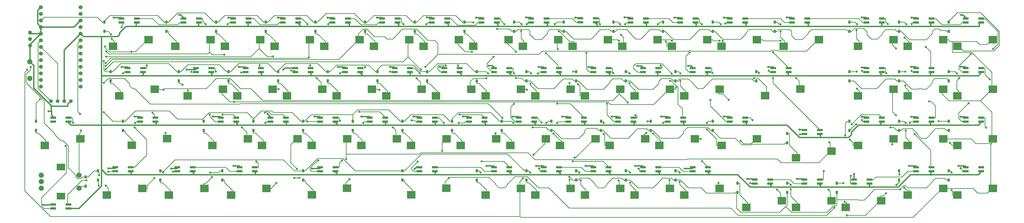
<source format=gbl>
G04 #@! TF.GenerationSoftware,KiCad,Pcbnew,(5.1.12)-1*
G04 #@! TF.CreationDate,2023-11-03T11:44:58+09:00*
G04 #@! TF.ProjectId,jtnk64w,6a746e6b-3634-4772-9e6b-696361645f70,rev?*
G04 #@! TF.SameCoordinates,Original*
G04 #@! TF.FileFunction,Copper,L2,Bot*
G04 #@! TF.FilePolarity,Positive*
%FSLAX46Y46*%
G04 Gerber Fmt 4.6, Leading zero omitted, Abs format (unit mm)*
G04 Created by KiCad (PCBNEW (5.1.12)-1) date 2023-11-03 11:44:58*
%MOMM*%
%LPD*%
G01*
G04 APERTURE LIST*
G04 #@! TA.AperFunction,SMDPad,CuDef*
%ADD10R,3.300000X3.000000*%
G04 #@! TD*
G04 #@! TA.AperFunction,ComponentPad*
%ADD11C,1.524000*%
G04 #@! TD*
G04 #@! TA.AperFunction,ComponentPad*
%ADD12C,2.000000*%
G04 #@! TD*
G04 #@! TA.AperFunction,ComponentPad*
%ADD13R,3.200000X2.500000*%
G04 #@! TD*
G04 #@! TA.AperFunction,ComponentPad*
%ADD14C,1.397000*%
G04 #@! TD*
G04 #@! TA.AperFunction,SMDPad,CuDef*
%ADD15R,2.200000X0.820000*%
G04 #@! TD*
G04 #@! TA.AperFunction,ComponentPad*
%ADD16O,1.500000X1.500000*%
G04 #@! TD*
G04 #@! TA.AperFunction,SMDPad,CuDef*
%ADD17R,0.950000X1.300000*%
G04 #@! TD*
G04 #@! TA.AperFunction,ViaPad*
%ADD18C,0.800000*%
G04 #@! TD*
G04 #@! TA.AperFunction,Conductor*
%ADD19C,0.250000*%
G04 #@! TD*
G04 #@! TA.AperFunction,Conductor*
%ADD20C,0.500000*%
G04 #@! TD*
G04 APERTURE END LIST*
D10*
X319344000Y-64452500D03*
X305844000Y-66992500D03*
X183612000Y-102552000D03*
X170112000Y-105092000D03*
X145512000Y-102552000D03*
X132012000Y-105092000D03*
X76456200Y-83502500D03*
X62956200Y-86042500D03*
D11*
X43282400Y-35528200D03*
X43282400Y-38068200D03*
X43282400Y-40608200D03*
X43282400Y-43148200D03*
X43282400Y-45688200D03*
X43282400Y-48228200D03*
X43282400Y-50768200D03*
X43282400Y-53308200D03*
X43282400Y-55848200D03*
X43282400Y-58388200D03*
X43282400Y-60928200D03*
X43282400Y-63468200D03*
X28062400Y-63468200D03*
X28062400Y-60928200D03*
X28062400Y-58388200D03*
X28062400Y-55848200D03*
X28062400Y-53308200D03*
X28062400Y-50768200D03*
X28062400Y-48228200D03*
X28062400Y-45688200D03*
X28062400Y-43148200D03*
X28062400Y-40608200D03*
X28062400Y-38068200D03*
X28062400Y-35528200D03*
X28062400Y-32988200D03*
X43282400Y-32988200D03*
D12*
X23812500Y-53900000D03*
X23812500Y-60400000D03*
D10*
X379612000Y-105132000D03*
X393212000Y-102592000D03*
X379612000Y-86082500D03*
X393212000Y-83542500D03*
X379612000Y-67032500D03*
X393212000Y-64492500D03*
X379612000Y-47982500D03*
X393212000Y-45442500D03*
X360562000Y-105132000D03*
X374162000Y-102592000D03*
X360562000Y-86082500D03*
X374162000Y-83542500D03*
X360562000Y-67032500D03*
X374162000Y-64492500D03*
X360562000Y-47982500D03*
X374162000Y-45442500D03*
X336750000Y-109895000D03*
X350350000Y-107355000D03*
X341512000Y-86082500D03*
X355112000Y-83542500D03*
X341512000Y-67032500D03*
X355112000Y-64492500D03*
X341512000Y-47982500D03*
X355112000Y-45442500D03*
X312938000Y-47982500D03*
X326538000Y-45442500D03*
X317700000Y-109895000D03*
X331300000Y-107355000D03*
X317700000Y-90845000D03*
X331300000Y-88305000D03*
X289125000Y-47982500D03*
X302725000Y-45442500D03*
X298650000Y-109895000D03*
X312250000Y-107355000D03*
X289125000Y-86082500D03*
X302725000Y-83542500D03*
X274838000Y-67032500D03*
X288438000Y-64492500D03*
X270075000Y-47982500D03*
X283675000Y-45442500D03*
X274838000Y-105132000D03*
X288438000Y-102592000D03*
X265312000Y-86082500D03*
X278912000Y-83542500D03*
X255788000Y-67032500D03*
X269388000Y-64492500D03*
X251025000Y-47982500D03*
X264625000Y-45442500D03*
X255788000Y-105132000D03*
X269388000Y-102592000D03*
X246262000Y-86082500D03*
X259862000Y-83542500D03*
X236738000Y-67032500D03*
X250338000Y-64492500D03*
X231975000Y-47982500D03*
X245575000Y-45442500D03*
X236738000Y-105132000D03*
X250338000Y-102592000D03*
X227212000Y-86082500D03*
X240812000Y-83542500D03*
X217688000Y-67032500D03*
X231288000Y-64492500D03*
X212925000Y-47982500D03*
X226525000Y-45442500D03*
X217688000Y-105132000D03*
X231288000Y-102592000D03*
X208162000Y-86082500D03*
X221762000Y-83542500D03*
X198638000Y-67032500D03*
X212238000Y-64492500D03*
X193875000Y-47982500D03*
X207475000Y-45442500D03*
X198638000Y-105132000D03*
X212238000Y-102592000D03*
X189112000Y-86082500D03*
X202712000Y-83542500D03*
X179588000Y-67032500D03*
X193188000Y-64492500D03*
X174825000Y-47982500D03*
X188425000Y-45442500D03*
X170062000Y-86082500D03*
X183662000Y-83542500D03*
X160538000Y-67032500D03*
X174138000Y-64492500D03*
X155775000Y-47982500D03*
X169375000Y-45442500D03*
X151012000Y-86082500D03*
X164612000Y-83542500D03*
X141488000Y-67032500D03*
X155088000Y-64492500D03*
X136725000Y-47982500D03*
X150325000Y-45442500D03*
X131962000Y-86082500D03*
X145562000Y-83542500D03*
X122438000Y-67032500D03*
X136038000Y-64492500D03*
X117675000Y-47982500D03*
X131275000Y-45442500D03*
X101006000Y-105132000D03*
X114606000Y-102592000D03*
X112912000Y-86082500D03*
X126512000Y-83542500D03*
X103388000Y-67032500D03*
X116988000Y-64492500D03*
X98625000Y-47982500D03*
X112225000Y-45442500D03*
X77193800Y-105132000D03*
X90793800Y-102592000D03*
X93862000Y-86082500D03*
X107462000Y-83542500D03*
X84337500Y-67032500D03*
X97937500Y-64492500D03*
X79575000Y-47982500D03*
X93175000Y-45442500D03*
X53381200Y-105132000D03*
X66981200Y-102592000D03*
X58143800Y-67032500D03*
X71743800Y-64492500D03*
X55762500Y-47982500D03*
X69362500Y-45442500D03*
D12*
X42718800Y-102512000D03*
X42718800Y-97512000D03*
D13*
X35718800Y-105612000D03*
X35718800Y-94412000D03*
D12*
X28218800Y-102512000D03*
X28218800Y-100012000D03*
X28218800Y-97512000D03*
D10*
X29568800Y-86082500D03*
X43168800Y-83542500D03*
D14*
X39528800Y-69056200D03*
X36988800Y-69056200D03*
X34448800Y-69056200D03*
X31908800Y-69056200D03*
D15*
X382812000Y-96000000D03*
X382812000Y-94500000D03*
X388712000Y-94500000D03*
X388712000Y-96000000D03*
X382812000Y-76950000D03*
X382812000Y-75450000D03*
X388712000Y-75450000D03*
X388712000Y-76950000D03*
X382812000Y-57900000D03*
X382812000Y-56400000D03*
X388712000Y-56400000D03*
X388712000Y-57900000D03*
X382812000Y-38850000D03*
X382812000Y-37350000D03*
X388712000Y-37350000D03*
X388712000Y-38850000D03*
X363762000Y-38850000D03*
X363762000Y-37350000D03*
X369662000Y-37350000D03*
X369662000Y-38850000D03*
X363762000Y-57900000D03*
X363762000Y-56400000D03*
X369662000Y-56400000D03*
X369662000Y-57900000D03*
X363762000Y-76950000D03*
X363762000Y-75450000D03*
X369662000Y-75450000D03*
X369662000Y-76950000D03*
X363762000Y-96000000D03*
X363762000Y-94500000D03*
X369662000Y-94500000D03*
X369662000Y-96000000D03*
X339950000Y-100762000D03*
X339950000Y-99262000D03*
X345850000Y-99262000D03*
X345850000Y-100762000D03*
X344712000Y-76950000D03*
X344712000Y-75450000D03*
X350612000Y-75450000D03*
X350612000Y-76950000D03*
X344712000Y-57900000D03*
X344712000Y-56400000D03*
X350612000Y-56400000D03*
X350612000Y-57900000D03*
X344712000Y-38850000D03*
X344712000Y-37350000D03*
X350612000Y-37350000D03*
X350612000Y-38850000D03*
X316138000Y-38850000D03*
X316138000Y-37350000D03*
X322038000Y-37350000D03*
X322038000Y-38850000D03*
X292325000Y-38850000D03*
X292325000Y-37350000D03*
X298225000Y-37350000D03*
X298225000Y-38850000D03*
X308994000Y-57900000D03*
X308994000Y-56400000D03*
X314894000Y-56400000D03*
X314894000Y-57900000D03*
X320900000Y-81712500D03*
X320900000Y-80212500D03*
X326800000Y-80212500D03*
X326800000Y-81712500D03*
X320900000Y-100762000D03*
X320900000Y-99262000D03*
X326800000Y-99262000D03*
X326800000Y-100762000D03*
X301850000Y-100762000D03*
X301850000Y-99262000D03*
X307750000Y-99262000D03*
X307750000Y-100762000D03*
X292325000Y-76950000D03*
X292325000Y-75450000D03*
X298225000Y-75450000D03*
X298225000Y-76950000D03*
X278038000Y-57900000D03*
X278038000Y-56400000D03*
X283938000Y-56400000D03*
X283938000Y-57900000D03*
X273275000Y-38850000D03*
X273275000Y-37350000D03*
X279175000Y-37350000D03*
X279175000Y-38850000D03*
X254225000Y-38850000D03*
X254225000Y-37350000D03*
X260125000Y-37350000D03*
X260125000Y-38850000D03*
X258988000Y-57900000D03*
X258988000Y-56400000D03*
X264888000Y-56400000D03*
X264888000Y-57900000D03*
X268512000Y-76950000D03*
X268512000Y-75450000D03*
X274412000Y-75450000D03*
X274412000Y-76950000D03*
X278038000Y-96000000D03*
X278038000Y-94500000D03*
X283938000Y-94500000D03*
X283938000Y-96000000D03*
X258988000Y-96000000D03*
X258988000Y-94500000D03*
X264888000Y-94500000D03*
X264888000Y-96000000D03*
X249462000Y-76950000D03*
X249462000Y-75450000D03*
X255362000Y-75450000D03*
X255362000Y-76950000D03*
X239938000Y-57900000D03*
X239938000Y-56400000D03*
X245838000Y-56400000D03*
X245838000Y-57900000D03*
X234956000Y-38750000D03*
X234956000Y-37250000D03*
X240856000Y-37250000D03*
X240856000Y-38750000D03*
X216125000Y-38850000D03*
X216125000Y-37350000D03*
X222025000Y-37350000D03*
X222025000Y-38850000D03*
X220888000Y-57900000D03*
X220888000Y-56400000D03*
X226788000Y-56400000D03*
X226788000Y-57900000D03*
X230412000Y-76950000D03*
X230412000Y-75450000D03*
X236312000Y-75450000D03*
X236312000Y-76950000D03*
X239938000Y-96000000D03*
X239938000Y-94500000D03*
X245838000Y-94500000D03*
X245838000Y-96000000D03*
X220888000Y-96000000D03*
X220888000Y-94500000D03*
X226788000Y-94500000D03*
X226788000Y-96000000D03*
X211362000Y-76950000D03*
X211362000Y-75450000D03*
X217262000Y-75450000D03*
X217262000Y-76950000D03*
X201838000Y-57900000D03*
X201838000Y-56400000D03*
X207738000Y-56400000D03*
X207738000Y-57900000D03*
X197075000Y-38850000D03*
X197075000Y-37350000D03*
X202975000Y-37350000D03*
X202975000Y-38850000D03*
X178025000Y-38850000D03*
X178025000Y-37350000D03*
X183925000Y-37350000D03*
X183925000Y-38850000D03*
X182788000Y-57900000D03*
X182788000Y-56400000D03*
X188688000Y-56400000D03*
X188688000Y-57900000D03*
X192312000Y-76950000D03*
X192312000Y-75450000D03*
X198212000Y-75450000D03*
X198212000Y-76950000D03*
X201838000Y-96000000D03*
X201838000Y-94500000D03*
X207738000Y-94500000D03*
X207738000Y-96000000D03*
X173262000Y-96000000D03*
X173262000Y-94500000D03*
X179162000Y-94500000D03*
X179162000Y-96000000D03*
X173262000Y-76950000D03*
X173262000Y-75450000D03*
X179162000Y-75450000D03*
X179162000Y-76950000D03*
X163738000Y-57900000D03*
X163738000Y-56400000D03*
X169638000Y-56400000D03*
X169638000Y-57900000D03*
X158975000Y-38850000D03*
X158975000Y-37350000D03*
X164875000Y-37350000D03*
X164875000Y-38850000D03*
X139925000Y-38850000D03*
X139925000Y-37350000D03*
X145825000Y-37350000D03*
X145825000Y-38850000D03*
X144688000Y-57900000D03*
X144688000Y-56400000D03*
X150588000Y-56400000D03*
X150588000Y-57900000D03*
X154212000Y-76950000D03*
X154212000Y-75450000D03*
X160112000Y-75450000D03*
X160112000Y-76950000D03*
X135162000Y-96000000D03*
X135162000Y-94500000D03*
X141062000Y-94500000D03*
X141062000Y-96000000D03*
X135162000Y-76950000D03*
X135162000Y-75450000D03*
X141062000Y-75450000D03*
X141062000Y-76950000D03*
X125638000Y-57900000D03*
X125638000Y-56400000D03*
X131538000Y-56400000D03*
X131538000Y-57900000D03*
X120875000Y-38850000D03*
X120875000Y-37350000D03*
X126775000Y-37350000D03*
X126775000Y-38850000D03*
X101825000Y-38850000D03*
X101825000Y-37350000D03*
X107725000Y-37350000D03*
X107725000Y-38850000D03*
X106588000Y-57900000D03*
X106588000Y-56400000D03*
X112488000Y-56400000D03*
X112488000Y-57900000D03*
X116112000Y-76950000D03*
X116112000Y-75450000D03*
X122012000Y-75450000D03*
X122012000Y-76950000D03*
X104206000Y-96000000D03*
X104206000Y-94500000D03*
X110106000Y-94500000D03*
X110106000Y-96000000D03*
X80393800Y-96000000D03*
X80393800Y-94500000D03*
X86293800Y-94500000D03*
X86293800Y-96000000D03*
X97062000Y-76950000D03*
X97062000Y-75450000D03*
X102962000Y-75450000D03*
X102962000Y-76950000D03*
X87537500Y-57900000D03*
X87537500Y-56400000D03*
X93437500Y-56400000D03*
X93437500Y-57900000D03*
X82775000Y-38850000D03*
X82775000Y-37350000D03*
X88675000Y-37350000D03*
X88675000Y-38850000D03*
X58962500Y-38850000D03*
X58962500Y-37350000D03*
X64862500Y-37350000D03*
X64862500Y-38850000D03*
X61343800Y-57900000D03*
X61343800Y-56400000D03*
X67243800Y-56400000D03*
X67243800Y-57900000D03*
X66106200Y-76950000D03*
X66106200Y-75450000D03*
X72006200Y-75450000D03*
X72006200Y-76950000D03*
X56581200Y-96000000D03*
X56581200Y-94500000D03*
X62481200Y-94500000D03*
X62481200Y-96000000D03*
X32768800Y-110288000D03*
X32768800Y-108788000D03*
X38668800Y-108788000D03*
X38668800Y-110288000D03*
X32768800Y-76950000D03*
X32768800Y-75450000D03*
X38668800Y-75450000D03*
X38668800Y-76950000D03*
D16*
X23862500Y-47743800D03*
X23862500Y-45243800D03*
X23862500Y-42743800D03*
D17*
X376238000Y-99406200D03*
X376238000Y-95856200D03*
X376238000Y-80356200D03*
X376238000Y-76806200D03*
X376238000Y-61306200D03*
X376238000Y-57756200D03*
X376238000Y-42256200D03*
X376238000Y-38706200D03*
X357188000Y-99406200D03*
X357188000Y-95856200D03*
X357188000Y-80356200D03*
X357188000Y-76806200D03*
X357188000Y-61306200D03*
X357188000Y-57756200D03*
X357188000Y-42256200D03*
X357188000Y-38706200D03*
X333375000Y-104169000D03*
X333375000Y-100619000D03*
X338138000Y-80356200D03*
X338138000Y-76806200D03*
X338138000Y-61306200D03*
X338138000Y-57756200D03*
X338138000Y-42256200D03*
X338138000Y-38706200D03*
X309562000Y-42256200D03*
X309562000Y-38706200D03*
X314325000Y-104169000D03*
X314325000Y-100619000D03*
X314325000Y-85118800D03*
X314325000Y-81568800D03*
X302419000Y-61306200D03*
X302419000Y-57756200D03*
X285750000Y-42256200D03*
X285750000Y-38706200D03*
X295275000Y-104169000D03*
X295275000Y-100619000D03*
X285750000Y-80356200D03*
X285750000Y-76806200D03*
X271462000Y-61306200D03*
X271462000Y-57756200D03*
X266700000Y-42256200D03*
X266700000Y-38706200D03*
X271462000Y-99406200D03*
X271462000Y-95856200D03*
X261938000Y-80356200D03*
X261938000Y-76806200D03*
X252412000Y-61306200D03*
X252412000Y-57756200D03*
X247650000Y-42256200D03*
X247650000Y-38706200D03*
X252412000Y-99406200D03*
X252412000Y-95856200D03*
X242888000Y-80356200D03*
X242888000Y-76806200D03*
X233362000Y-61306200D03*
X233362000Y-57756200D03*
X228600000Y-42256200D03*
X228600000Y-38706200D03*
X233362000Y-99406200D03*
X233362000Y-95856200D03*
X223838000Y-80356200D03*
X223838000Y-76806200D03*
X214312000Y-61306200D03*
X214312000Y-57756200D03*
X209550000Y-42256200D03*
X209550000Y-38706200D03*
X214312000Y-99406200D03*
X214312000Y-95856200D03*
X204788000Y-80356200D03*
X204788000Y-76806200D03*
X195262000Y-61306200D03*
X195262000Y-57756200D03*
X190500000Y-42256200D03*
X190500000Y-38706200D03*
X195262000Y-99406200D03*
X195262000Y-95856200D03*
X185738000Y-80356200D03*
X185738000Y-76806200D03*
X176212000Y-61306200D03*
X176212000Y-57756200D03*
X171450000Y-42256200D03*
X171450000Y-38706200D03*
X166688000Y-99406200D03*
X166688000Y-95856200D03*
X166688000Y-80356200D03*
X166688000Y-76806200D03*
X157162000Y-61306200D03*
X157162000Y-57756200D03*
X152400000Y-42256200D03*
X152400000Y-38706200D03*
X147638000Y-80356200D03*
X147638000Y-76806200D03*
X138112000Y-61306200D03*
X138112000Y-57756200D03*
X133350000Y-42256200D03*
X133350000Y-38706200D03*
X128588000Y-99406200D03*
X128588000Y-95856200D03*
X128588000Y-80356200D03*
X128588000Y-76806200D03*
X119062000Y-61306200D03*
X119062000Y-57756200D03*
X114300000Y-42256200D03*
X114300000Y-38706200D03*
X97631200Y-99406200D03*
X97631200Y-95856200D03*
X109538000Y-80356200D03*
X109538000Y-76806200D03*
X100012000Y-61306200D03*
X100012000Y-57756200D03*
X95250000Y-42256200D03*
X95250000Y-38706200D03*
X73818800Y-99406200D03*
X73818800Y-95856200D03*
X90487500Y-80356200D03*
X90487500Y-76806200D03*
X80962500Y-61306200D03*
X80962500Y-57756200D03*
X76200000Y-42256200D03*
X76200000Y-38706200D03*
X50006200Y-99406200D03*
X50006200Y-95856200D03*
X59531200Y-80356200D03*
X59531200Y-76806200D03*
X54768800Y-61306200D03*
X54768800Y-57756200D03*
X52387500Y-42256200D03*
X52387500Y-38706200D03*
X45243800Y-101787000D03*
X45243800Y-98237000D03*
X26193800Y-80356200D03*
X26193800Y-76806200D03*
D18*
X52189200Y-73331800D03*
X216658200Y-79172700D03*
X209325300Y-77456700D03*
X27670000Y-68300000D03*
X24171700Y-55965500D03*
X230745800Y-98214100D03*
X93000900Y-96503500D03*
X74919300Y-96508200D03*
X50429200Y-97496500D03*
X196696600Y-96490700D03*
X215764400Y-96508500D03*
X356185100Y-101253300D03*
X357631700Y-102993400D03*
X55229600Y-45163900D03*
X55007200Y-43426500D03*
X203021700Y-41307100D03*
X193890700Y-38857000D03*
X52167500Y-53665900D03*
X210290300Y-60165900D03*
X199547200Y-58444200D03*
X52931500Y-101518900D03*
X50234300Y-101518900D03*
X82390000Y-62800000D03*
X84430000Y-65006800D03*
X212265500Y-42199800D03*
X212413600Y-39535500D03*
X215803300Y-62377400D03*
X216124300Y-58449100D03*
X224629900Y-81541400D03*
X221924100Y-77431700D03*
X235147700Y-99451900D03*
X234512300Y-96498200D03*
X226712000Y-42208000D03*
X225171500Y-39531100D03*
X234013000Y-62579400D03*
X232258600Y-57756200D03*
X243924400Y-81678600D03*
X243973500Y-77444500D03*
X254005800Y-100431000D03*
X254005800Y-96480000D03*
X250516600Y-43593100D03*
X250204900Y-39541300D03*
X253818800Y-62128800D03*
X253818800Y-58442600D03*
X262822600Y-81496500D03*
X260827700Y-76892300D03*
X273049000Y-100081000D03*
X273049000Y-96500800D03*
X267718700Y-46168800D03*
X264691300Y-39541300D03*
X273366600Y-61299500D03*
X273366600Y-58432400D03*
X283488900Y-79911800D03*
X283488900Y-77430800D03*
X288788300Y-39548500D03*
X289575200Y-45995010D03*
X301544800Y-60163000D03*
X303497500Y-58210300D03*
X315678100Y-102980300D03*
X315678100Y-101270400D03*
X311746800Y-42214100D03*
X311746800Y-39554600D03*
X340861000Y-41838900D03*
X341166600Y-39541300D03*
X341056700Y-64271500D03*
X340996600Y-57756200D03*
X353901800Y-79169300D03*
X340805600Y-77979500D03*
X338330800Y-83923600D03*
X336605700Y-82198500D03*
X336357900Y-107741000D03*
X335918800Y-100619000D03*
X359373000Y-44699900D03*
X360003600Y-39531100D03*
X359590700Y-63071800D03*
X359590700Y-57756200D03*
X359737700Y-77452600D03*
X359737700Y-80373000D03*
X359174900Y-102248800D03*
X357432600Y-97301400D03*
X380370400Y-60183700D03*
X379413500Y-58453700D03*
X376726000Y-85109700D03*
X372382300Y-76817500D03*
X377339100Y-103319400D03*
X377339100Y-96549990D03*
X81110000Y-35890000D03*
X84000000Y-57000000D03*
X100000000Y-37000000D03*
X104000000Y-56000000D03*
X94000000Y-75000000D03*
X78000000Y-95000000D03*
X119000000Y-37000000D03*
X115000000Y-74000000D03*
X102000000Y-94000000D03*
X138000000Y-37000000D03*
X142000000Y-56000000D03*
X133000000Y-75000000D03*
X132000000Y-95000000D03*
X157000000Y-37000000D03*
X162000000Y-56000000D03*
X151000000Y-75000000D03*
X176110000Y-36890000D03*
X181000000Y-56000000D03*
X171000000Y-75000000D03*
X195000000Y-37000000D03*
X190000000Y-75000000D03*
X199000000Y-94000000D03*
X214110000Y-36890000D03*
X219000000Y-56000000D03*
X209000000Y-75000000D03*
X218000000Y-94000000D03*
X233000000Y-37000000D03*
X238000000Y-56000000D03*
X228000000Y-75000000D03*
X237000000Y-94000000D03*
X251890000Y-36890000D03*
X247000000Y-75000000D03*
X256000000Y-94000000D03*
X266000000Y-75000000D03*
X271000000Y-37000000D03*
X275000000Y-95000000D03*
X290000000Y-37000000D03*
X290000000Y-75000000D03*
X299000000Y-99000000D03*
X314110000Y-36890000D03*
X307000000Y-56000000D03*
X319000000Y-80000000D03*
X318000000Y-99000000D03*
X342890000Y-36890000D03*
X342890000Y-56110000D03*
X342890000Y-75110000D03*
X340000000Y-97000000D03*
X362000000Y-37000000D03*
X361890000Y-55890000D03*
X361890000Y-75110000D03*
X361000000Y-94000000D03*
X380890000Y-55890000D03*
X380890000Y-75110000D03*
X380000000Y-94000000D03*
X29000000Y-109000000D03*
X64000000Y-75000000D03*
X59000000Y-56000000D03*
X53931800Y-94931800D03*
X56000000Y-37000000D03*
X31000000Y-73000000D03*
X381000000Y-36012910D03*
X120999980Y-57000000D03*
X171400000Y-95130000D03*
X199850000Y-55480000D03*
X256790000Y-55570000D03*
X276280000Y-55520000D03*
X40382600Y-77375100D03*
X37490790Y-86242710D03*
X53895900Y-96220900D03*
X45463200Y-99487600D03*
X64181800Y-77449300D03*
X63998000Y-79163400D03*
X59508000Y-58440700D03*
X70863700Y-73578100D03*
X59052300Y-40612600D03*
X68670100Y-55362800D03*
X85827200Y-57851400D03*
X91270400Y-39541300D03*
X92796500Y-74257600D03*
X95168300Y-57777400D03*
X78690700Y-96220900D03*
X97706000Y-74274300D03*
X114186900Y-77450000D03*
X110688500Y-92310100D03*
X104881300Y-58096900D03*
X114007900Y-73512400D03*
X99708600Y-39541300D03*
X111912500Y-55316700D03*
X130302700Y-39531100D03*
X124027080Y-57349410D03*
X130230400Y-76896600D03*
X131361000Y-55377400D03*
X134458900Y-91847000D03*
X142792100Y-76594000D03*
X151783300Y-77439400D03*
X143559300Y-91844800D03*
X142805300Y-58456700D03*
X150119500Y-73160300D03*
X138246500Y-39541300D03*
X152430900Y-55945900D03*
X162035400Y-57728000D03*
X167190900Y-39541300D03*
X170270800Y-76490600D03*
X173447300Y-58431200D03*
X172607600Y-92290700D03*
X182660300Y-77449400D03*
X188279600Y-77450600D03*
X197115500Y-92182300D03*
X183338000Y-55376800D03*
X188655400Y-74248800D03*
X175908600Y-39541300D03*
X188101000Y-55343100D03*
X205824200Y-39531100D03*
X201660000Y-52060000D03*
X209510900Y-70079500D03*
X209598800Y-58431200D03*
X219101600Y-94868100D03*
X220085200Y-77292800D03*
X232035800Y-92210300D03*
X226044990Y-77444700D03*
X218592900Y-58460500D03*
X226044990Y-70049600D03*
X214406700Y-39541300D03*
X221766100Y-50586600D03*
X237292900Y-50566300D03*
X242542500Y-39541300D03*
X245218100Y-70047300D03*
X247558000Y-58337300D03*
X257284300Y-95031200D03*
X256024500Y-74437600D03*
X266754300Y-77444300D03*
X281638200Y-92090100D03*
X270057500Y-58460800D03*
X269314200Y-61327900D03*
X252197400Y-39541300D03*
X265822200Y-55357700D03*
X276918900Y-50356700D03*
X281515000Y-39541300D03*
X284844100Y-68649500D03*
X285640600Y-58215700D03*
X300136400Y-100596000D03*
X301000400Y-76339700D03*
X319186900Y-81854800D03*
X328324900Y-95889200D03*
X307290900Y-57384500D03*
X308854000Y-60196300D03*
X290611600Y-39318200D03*
X308897000Y-50292900D03*
X342976100Y-57426700D03*
X352950800Y-39487400D03*
X343011000Y-76360800D03*
X352341700Y-58291300D03*
X338733800Y-97804000D03*
X338989600Y-77963900D03*
X361313100Y-77413500D03*
X363150900Y-81724000D03*
X362052000Y-57462600D03*
X368770000Y-69150000D03*
X362047200Y-39430900D03*
X367515200Y-48281300D03*
X384719600Y-50997200D03*
X393274300Y-49043100D03*
X383909100Y-69820300D03*
X392019900Y-60711800D03*
X380889300Y-94859800D03*
X390554700Y-79278900D03*
X43125500Y-74036900D03*
X43452800Y-80318900D03*
X249606400Y-99566700D03*
X226344900Y-49110100D03*
X230812800Y-62185300D03*
X232771600Y-90756090D03*
X125210000Y-98570000D03*
X127210000Y-98570000D03*
X249819700Y-45881300D03*
X71603200Y-98655000D03*
X75921900Y-81296100D03*
X269188500Y-99364400D03*
X260264400Y-81272500D03*
X253156000Y-69585600D03*
X52725200Y-48092300D03*
X75100700Y-64671200D03*
X62753400Y-50137100D03*
X102177800Y-69346300D03*
X287988000Y-100465000D03*
X281163300Y-83575800D03*
X105185700Y-79164500D03*
X271710800Y-63878100D03*
X98429900Y-51211500D03*
X53078600Y-49953800D03*
X93739000Y-98215100D03*
X270101082Y-45882488D03*
X53076900Y-52006500D03*
X288369400Y-45871900D03*
X118414900Y-100475900D03*
X310400500Y-103003100D03*
X119239900Y-64425700D03*
X296417000Y-84320100D03*
X291845400Y-68535800D03*
X117100100Y-51886800D03*
X126235900Y-95119800D03*
X330452800Y-84937200D03*
X145145900Y-91315900D03*
X52904300Y-54420700D03*
X311748300Y-45881700D03*
X133813800Y-60167600D03*
X130825000Y-52336900D03*
X317709100Y-60166900D03*
X330174400Y-102999800D03*
X146404300Y-99074990D03*
X52926000Y-55565100D03*
X175566800Y-55902800D03*
X163066300Y-79171000D03*
X157963300Y-64729800D03*
X184484300Y-98656200D03*
X356024800Y-48844800D03*
X352208300Y-104486700D03*
X354637800Y-85662900D03*
X52945000Y-56804800D03*
X356024800Y-74523400D03*
X172142900Y-60290500D03*
X181994900Y-88194979D03*
X173802610Y-56962710D03*
X337174700Y-112904700D03*
X332450000Y-109940000D03*
X202476400Y-81429000D03*
X198873300Y-60321100D03*
X22798500Y-57019000D03*
X193370300Y-50124700D03*
X212960400Y-98729010D03*
X230829700Y-99326900D03*
X217050300Y-89659000D03*
X52194100Y-62018500D03*
X205116200Y-75551300D03*
X214504900Y-64671200D03*
X210238800Y-50091700D03*
D19*
X26193800Y-80356200D02*
X26193800Y-81331300D01*
X30018800Y-86082500D02*
X30018800Y-84257400D01*
X26193800Y-81331300D02*
X27092700Y-81331300D01*
X27092700Y-81331300D02*
X30018800Y-84257400D01*
X223438000Y-80356200D02*
X223838000Y-80356200D01*
X223438000Y-80356200D02*
X223037900Y-80356200D01*
X59531200Y-76806200D02*
X60331300Y-76806200D01*
X60331300Y-76806200D02*
X64322400Y-72815100D01*
X64322400Y-72815100D02*
X77263000Y-72815100D01*
X77263000Y-72815100D02*
X80389100Y-75941200D01*
X80389100Y-75941200D02*
X90087500Y-75941200D01*
X59531200Y-76806200D02*
X55663600Y-76806200D01*
X55663600Y-76806200D02*
X52189200Y-73331800D01*
X90087500Y-75941200D02*
X90087500Y-76806200D01*
X109538000Y-75831100D02*
X107203200Y-73496300D01*
X107203200Y-73496300D02*
X92532400Y-73496300D01*
X92532400Y-73496300D02*
X90087500Y-75941200D01*
X147638000Y-74273300D02*
X131767800Y-74273300D01*
X131767800Y-74273300D02*
X129388100Y-76653000D01*
X129388100Y-76653000D02*
X129388100Y-76806200D01*
X242888000Y-80356200D02*
X243688100Y-80356200D01*
X261938000Y-80356200D02*
X261137900Y-80356200D01*
X243688100Y-80356200D02*
X246663700Y-83331800D01*
X246663700Y-83331800D02*
X253372300Y-83331800D01*
X253372300Y-83331800D02*
X255659200Y-81044900D01*
X255659200Y-81044900D02*
X255659200Y-80879800D01*
X255659200Y-80879800D02*
X256906200Y-79632800D01*
X256906200Y-79632800D02*
X260414500Y-79632800D01*
X260414500Y-79632800D02*
X261137900Y-80356200D01*
X185738000Y-76806200D02*
X185738000Y-75831100D01*
X185738000Y-75831100D02*
X188071700Y-73497400D01*
X188071700Y-73497400D02*
X200679100Y-73497400D01*
X200679100Y-73497400D02*
X203987900Y-76806200D01*
X204788000Y-76806200D02*
X203987900Y-76806200D01*
X185690800Y-76806200D02*
X185738000Y-76806200D01*
X127787900Y-76806200D02*
X124373000Y-73391300D01*
X124373000Y-73391300D02*
X117175300Y-73391300D01*
X117175300Y-73391300D02*
X116563600Y-72779600D01*
X116563600Y-72779600D02*
X112589500Y-72779600D01*
X112589500Y-72779600D02*
X109538000Y-75831100D01*
X204788000Y-76806200D02*
X208674800Y-76806200D01*
X208674800Y-76806200D02*
X209325300Y-77456700D01*
X223037900Y-80356200D02*
X221854400Y-79172700D01*
X221854400Y-79172700D02*
X216658200Y-79172700D01*
X285750000Y-80356200D02*
X285668600Y-80356200D01*
X90487500Y-76806200D02*
X90087500Y-76806200D01*
X184937900Y-76806200D02*
X182378600Y-74246900D01*
X182378600Y-74246900D02*
X170047400Y-74246900D01*
X170047400Y-74246900D02*
X167488100Y-76806200D01*
X147638000Y-74273300D02*
X149489100Y-72422200D01*
X149489100Y-72422200D02*
X161503900Y-72422200D01*
X161503900Y-72422200D02*
X165887900Y-76806200D01*
X109538000Y-76806200D02*
X109538000Y-75831100D01*
X128588000Y-76806200D02*
X127787900Y-76806200D01*
X128588000Y-76806200D02*
X129388100Y-76806200D01*
X147638000Y-76806200D02*
X147638000Y-74273300D01*
X166688000Y-76806200D02*
X165887900Y-76806200D01*
X166688000Y-76806200D02*
X167488100Y-76806200D01*
X185690800Y-76806200D02*
X184937900Y-76806200D01*
X224638100Y-80356200D02*
X223838000Y-80356200D01*
X227751900Y-83470000D02*
X224638100Y-80356200D01*
X234330000Y-83470000D02*
X227751900Y-83470000D01*
X236609200Y-81190800D02*
X234330000Y-83470000D01*
X236609200Y-80370800D02*
X236609200Y-81190800D01*
X241211700Y-79480000D02*
X237500000Y-79480000D01*
X242087900Y-80356200D02*
X241211700Y-79480000D01*
X237500000Y-79480000D02*
X236609200Y-80370800D01*
X242888000Y-80356200D02*
X242087900Y-80356200D01*
X285350000Y-80356200D02*
X285668600Y-80356200D01*
X284949900Y-80256200D02*
X284949900Y-80356200D01*
X276047000Y-79163000D02*
X283856700Y-79163000D01*
X274395999Y-80814001D02*
X276047000Y-79163000D01*
X272651800Y-83318200D02*
X274395999Y-81574001D01*
X265700100Y-83318200D02*
X272651800Y-83318200D01*
X283856700Y-79163000D02*
X284949900Y-80256200D01*
X262738100Y-80356200D02*
X265700100Y-83318200D01*
X284949900Y-80356200D02*
X285350000Y-80356200D01*
X274395999Y-81574001D02*
X274395999Y-80814001D01*
X261938000Y-80356200D02*
X262738100Y-80356200D01*
X300882211Y-85571700D02*
X313147100Y-85571700D01*
X313600000Y-85118800D02*
X314325000Y-85118800D01*
X285668600Y-80356200D02*
X288600100Y-83287700D01*
X288600100Y-83287700D02*
X294351900Y-83287700D01*
X294351900Y-83287700D02*
X296944211Y-85880011D01*
X296944211Y-85880011D02*
X300573900Y-85880011D01*
X300573900Y-85880011D02*
X300882211Y-85571700D01*
X313147100Y-85571700D02*
X313600000Y-85118800D01*
X26193800Y-76806200D02*
X26193800Y-69776200D01*
X26193800Y-69776200D02*
X27670000Y-68300000D01*
X45243800Y-101787000D02*
X43443800Y-101787000D01*
X43443800Y-101787000D02*
X42718800Y-102512000D01*
X271462000Y-99406200D02*
X270661900Y-99406200D01*
X252412000Y-99406200D02*
X254038400Y-99406200D01*
X254038400Y-99406200D02*
X257013500Y-102381300D01*
X257013500Y-102381300D02*
X262898300Y-102381300D01*
X262898300Y-102381300D02*
X265185100Y-100094500D01*
X265185100Y-100094500D02*
X265185100Y-99919200D01*
X265185100Y-99919200D02*
X266497000Y-98607300D01*
X266497000Y-98607300D02*
X269863000Y-98607300D01*
X269863000Y-98607300D02*
X270661900Y-99406200D01*
X313690900Y-109538700D02*
X314325000Y-108904600D01*
X314325000Y-108904600D02*
X314325000Y-104169000D01*
X333375000Y-106962100D02*
X333375000Y-104169000D01*
X357631700Y-102993400D02*
X347833200Y-102993400D01*
X347833200Y-102993400D02*
X346147200Y-104679400D01*
X346147200Y-104679400D02*
X346147200Y-104857400D01*
X346147200Y-104857400D02*
X343867400Y-107137200D01*
X343867400Y-107137200D02*
X341687300Y-107137200D01*
X341687300Y-107137200D02*
X341512200Y-106962100D01*
X341512200Y-106962100D02*
X333375000Y-106962100D01*
X294875000Y-104169000D02*
X294474900Y-104169000D01*
X295275000Y-104169000D02*
X294875000Y-104169000D01*
X233200000Y-99406200D02*
X233362000Y-99406200D01*
X233200000Y-99406200D02*
X232561900Y-99406200D01*
X45341000Y-98237000D02*
X45243800Y-98237000D01*
X271462000Y-99406200D02*
X272262100Y-99406200D01*
X272262100Y-99406200D02*
X272362300Y-99306000D01*
X272362300Y-99306000D02*
X273327800Y-99306000D01*
X273327800Y-99306000D02*
X276359000Y-102337200D01*
X276359000Y-102337200D02*
X281258300Y-102337200D01*
X281258300Y-102337200D02*
X283338300Y-104417200D01*
X283338300Y-104417200D02*
X294226700Y-104417200D01*
X294226700Y-104417200D02*
X294474900Y-104169000D01*
X128588000Y-95856200D02*
X129388100Y-95856200D01*
X129388100Y-95856200D02*
X134142200Y-91102100D01*
X134142200Y-91102100D02*
X143878300Y-91102100D01*
X143878300Y-91102100D02*
X148632400Y-95856200D01*
X148632400Y-95856200D02*
X166688000Y-95856200D01*
X74919300Y-96156600D02*
X79505500Y-91570400D01*
X79505500Y-91570400D02*
X121003500Y-91570400D01*
X121003500Y-91570400D02*
X125289300Y-95856200D01*
X125289300Y-95856200D02*
X128588000Y-95856200D01*
X232561900Y-99406200D02*
X231937900Y-99406200D01*
X231937900Y-99406200D02*
X230745800Y-98214100D01*
X74919300Y-96156600D02*
X74919300Y-96508200D01*
X74618900Y-95856200D02*
X74919300Y-96156600D01*
X96831100Y-95856200D02*
X96183800Y-96503500D01*
X96183800Y-96503500D02*
X93000900Y-96503500D01*
X97631200Y-95856200D02*
X96831100Y-95856200D01*
X375437900Y-99406200D02*
X374717100Y-98685400D01*
X374717100Y-98685400D02*
X371192100Y-98685400D01*
X371192100Y-98685400D02*
X369959200Y-99918300D01*
X369959200Y-99918300D02*
X369959200Y-100094400D01*
X369959200Y-100094400D02*
X367716400Y-102337200D01*
X367716400Y-102337200D02*
X360465500Y-102337200D01*
X360465500Y-102337200D02*
X359599000Y-101470700D01*
X359599000Y-101470700D02*
X358927300Y-101470700D01*
X358927300Y-101470700D02*
X357631700Y-102766300D01*
X357631700Y-102766300D02*
X357631700Y-102993400D01*
X73818800Y-95856200D02*
X74618900Y-95856200D01*
X49206100Y-95856200D02*
X48424700Y-95856200D01*
X48424700Y-95856200D02*
X46043900Y-98237000D01*
X45341000Y-98237000D02*
X46043900Y-98237000D01*
X196062100Y-95856200D02*
X196696600Y-96490700D01*
X49606200Y-95856200D02*
X50429200Y-96679200D01*
X50429200Y-96679200D02*
X50429200Y-97496500D01*
X49606200Y-95856200D02*
X49206100Y-95856200D01*
X50006200Y-95856200D02*
X49606200Y-95856200D01*
X195262000Y-95856200D02*
X196062100Y-95856200D01*
X215112100Y-95856200D02*
X215764400Y-96508500D01*
X214312000Y-95856200D02*
X215112100Y-95856200D01*
X357188000Y-99406200D02*
X357188000Y-100381300D01*
X356185100Y-101253300D02*
X357057100Y-100381300D01*
X357057100Y-100381300D02*
X357188000Y-100381300D01*
X376238000Y-99406200D02*
X375437900Y-99406200D01*
X311504100Y-111725500D02*
X313690900Y-109538700D01*
X296405500Y-111725500D02*
X311504100Y-111725500D01*
X294875000Y-110195000D02*
X296405500Y-111725500D01*
X294875000Y-104169000D02*
X294875000Y-110195000D01*
X252343000Y-99406200D02*
X252412000Y-99406200D01*
X233362000Y-99406200D02*
X234162100Y-99406200D01*
X234162100Y-99406200D02*
X234921700Y-98646600D01*
X247407900Y-98643700D02*
X250849400Y-98643700D01*
X238370400Y-98646600D02*
X240562999Y-100839199D01*
X240562999Y-100839199D02*
X240562999Y-101128001D01*
X240562999Y-101128001D02*
X241771999Y-102337001D01*
X245213001Y-101128001D02*
X245213001Y-100838599D01*
X241771999Y-102337001D02*
X244004001Y-102337001D01*
X244004001Y-102337001D02*
X245213001Y-101128001D01*
X245213001Y-100838599D02*
X247407900Y-98643700D01*
X250849400Y-98643700D02*
X251611900Y-99406200D01*
X234921700Y-98646600D02*
X238370400Y-98646600D01*
X251611900Y-99406200D02*
X252343000Y-99406200D01*
X213511900Y-95856200D02*
X214312000Y-95856200D01*
X166688000Y-95856200D02*
X167488100Y-95856200D01*
X207025700Y-89370000D02*
X213511900Y-95856200D01*
X173974300Y-89370000D02*
X207025700Y-89370000D01*
X167488100Y-95856200D02*
X173974300Y-89370000D01*
X36490700Y-84217300D02*
X35677900Y-84217300D01*
X45243800Y-98237000D02*
X43954802Y-98237000D01*
X41393799Y-98148001D02*
X41393799Y-97474799D01*
X41393799Y-97474799D02*
X38537700Y-94618700D01*
X38537700Y-94618700D02*
X38537700Y-86264300D01*
X43954802Y-98237000D02*
X43354801Y-98837001D01*
X24171700Y-56871000D02*
X24171700Y-55965500D01*
X33393600Y-81555000D02*
X29331900Y-77493300D01*
X38537700Y-86264300D02*
X36490700Y-84217300D01*
X29331900Y-77493300D02*
X29331900Y-68918896D01*
X35677900Y-84217300D02*
X33393600Y-81933000D01*
X29331900Y-68918896D02*
X22390000Y-61976996D01*
X42082799Y-98837001D02*
X41393799Y-98148001D01*
X22390000Y-58652700D02*
X24171700Y-56871000D01*
X22390000Y-61976996D02*
X22390000Y-58652700D01*
X33393600Y-81933000D02*
X33393600Y-81555000D01*
X43354801Y-98837001D02*
X42082799Y-98837001D01*
X329592696Y-111764300D02*
X332141998Y-109214998D01*
X313690900Y-109538700D02*
X315916400Y-111764300D01*
X315916400Y-111764300D02*
X329592696Y-111764300D01*
X333375000Y-108918589D02*
X333375000Y-106962100D01*
X332141998Y-109214998D02*
X333078591Y-109214998D01*
X333078591Y-109214998D02*
X333375000Y-108918589D01*
X56212500Y-47982500D02*
X56212500Y-46146800D01*
X56212500Y-46146800D02*
X55229600Y-45163900D01*
X52387500Y-42256200D02*
X53836900Y-42256200D01*
X53836900Y-42256200D02*
X55007200Y-43426500D01*
X266300000Y-42256200D02*
X266700000Y-42256200D01*
X266300000Y-42256200D02*
X265899900Y-42256200D01*
X247650000Y-42256200D02*
X246849900Y-42256200D01*
X228600000Y-42256200D02*
X229400100Y-42256200D01*
X229400100Y-42256200D02*
X232331600Y-45187700D01*
X232331600Y-45187700D02*
X239129400Y-45187700D01*
X239129400Y-45187700D02*
X241372200Y-42944900D01*
X241372200Y-42944900D02*
X241372200Y-42768800D01*
X241372200Y-42768800D02*
X242605400Y-41535600D01*
X242605400Y-41535600D02*
X246129300Y-41535600D01*
X246129300Y-41535600D02*
X246849900Y-42256200D01*
X208749900Y-42256200D02*
X207800800Y-41307100D01*
X207800800Y-41307100D02*
X203021700Y-41307100D01*
X247650000Y-42256200D02*
X248450100Y-42256200D01*
X248450100Y-42256200D02*
X249222300Y-41484000D01*
X249222300Y-41484000D02*
X252669800Y-41484000D01*
X252669800Y-41484000D02*
X254461500Y-43275700D01*
X254461500Y-43275700D02*
X254461500Y-43442400D01*
X254461500Y-43442400D02*
X256206800Y-45187700D01*
X256206800Y-45187700D02*
X258179400Y-45187700D01*
X258179400Y-45187700D02*
X260422200Y-42944900D01*
X260422200Y-42944900D02*
X260422200Y-42768800D01*
X260422200Y-42768800D02*
X261655400Y-41535600D01*
X261655400Y-41535600D02*
X265179300Y-41535600D01*
X265179300Y-41535600D02*
X265899900Y-42256200D01*
X209550000Y-42256200D02*
X208749900Y-42256200D01*
X190500000Y-38706200D02*
X193739900Y-38706200D01*
X193739900Y-38706200D02*
X193890700Y-38857000D01*
X190100000Y-38706200D02*
X190500000Y-38706200D01*
X114300000Y-38706200D02*
X113499900Y-38706200D01*
X95250000Y-38706200D02*
X96050100Y-38706200D01*
X96050100Y-38706200D02*
X98584300Y-36172000D01*
X98584300Y-36172000D02*
X110965700Y-36172000D01*
X110965700Y-36172000D02*
X113499900Y-38706200D01*
X94850000Y-38706200D02*
X95250000Y-38706200D01*
X190100000Y-38706200D02*
X189699900Y-38706200D01*
X133350000Y-38706200D02*
X132549900Y-38706200D01*
X114300000Y-38706200D02*
X115100100Y-38706200D01*
X115100100Y-38706200D02*
X117638500Y-36167800D01*
X117638500Y-36167800D02*
X130011500Y-36167800D01*
X130011500Y-36167800D02*
X132549900Y-38706200D01*
X171450000Y-38706200D02*
X170649900Y-38706200D01*
X152400000Y-38706200D02*
X153200100Y-38706200D01*
X153200100Y-38706200D02*
X155774800Y-36131500D01*
X155774800Y-36131500D02*
X168075200Y-36131500D01*
X168075200Y-36131500D02*
X170649900Y-38706200D01*
X76200000Y-38706200D02*
X75399900Y-38706200D01*
X51987500Y-38706200D02*
X54552400Y-36141300D01*
X54552400Y-36141300D02*
X72835000Y-36141300D01*
X72835000Y-36141300D02*
X75399900Y-38706200D01*
X52387500Y-38706200D02*
X51987500Y-38706200D01*
X171450000Y-38706200D02*
X172250100Y-38706200D01*
X172250100Y-38706200D02*
X174827000Y-36129300D01*
X174827000Y-36129300D02*
X187123000Y-36129300D01*
X187123000Y-36129300D02*
X189699900Y-38706200D01*
X94850000Y-38706200D02*
X94449900Y-38706200D01*
X77000100Y-38706200D02*
X80573600Y-35132700D01*
X80573600Y-35132700D02*
X90876400Y-35132700D01*
X90876400Y-35132700D02*
X94449900Y-38706200D01*
X76200000Y-38706200D02*
X77000100Y-38706200D01*
X284949900Y-42256200D02*
X285750000Y-42256200D01*
X284196200Y-41502500D02*
X284949900Y-42256200D01*
X280789600Y-41502500D02*
X284196200Y-41502500D01*
X279790400Y-42501700D02*
X280789600Y-41502500D01*
X270653900Y-45410000D02*
X277007100Y-45410000D01*
X277007100Y-45410000D02*
X279790400Y-42626700D01*
X266700000Y-42256200D02*
X267500100Y-42256200D01*
X267500100Y-42256200D02*
X270653900Y-45410000D01*
X279790400Y-42626700D02*
X279790400Y-42501700D01*
X298522100Y-43157900D02*
X296410000Y-45270000D01*
X298522100Y-42725200D02*
X298522100Y-43157900D01*
X286550100Y-42256200D02*
X285750000Y-42256200D01*
X296410000Y-45270000D02*
X289563900Y-45270000D01*
X299737900Y-41509400D02*
X298522100Y-42725200D01*
X289563900Y-45270000D02*
X286550100Y-42256200D01*
X308015100Y-41509400D02*
X299737900Y-41509400D01*
X308761900Y-42256200D02*
X308015100Y-41509400D01*
X309562000Y-42256200D02*
X308761900Y-42256200D01*
X210350100Y-42256200D02*
X209550000Y-42256200D01*
X214964700Y-41474700D02*
X211131600Y-41474700D01*
X215610000Y-42120000D02*
X214964700Y-41474700D01*
X215610000Y-43410000D02*
X215610000Y-42120000D01*
X220090000Y-45360000D02*
X217560000Y-45360000D01*
X222322200Y-43127800D02*
X220090000Y-45360000D01*
X217560000Y-45360000D02*
X215610000Y-43410000D01*
X222322200Y-42397800D02*
X222322200Y-43127800D01*
X223237100Y-41482900D02*
X222322200Y-42397800D01*
X211131600Y-41474700D02*
X210350100Y-42256200D01*
X227026600Y-41482900D02*
X223237100Y-41482900D01*
X227799900Y-42256200D02*
X227026600Y-41482900D01*
X228600000Y-42256200D02*
X227799900Y-42256200D01*
X352142400Y-41535600D02*
X355667300Y-41535600D01*
X355667300Y-41535600D02*
X356387900Y-42256200D01*
X350909200Y-43200800D02*
X350909200Y-42768800D01*
X356387900Y-42256200D02*
X357188000Y-42256200D01*
X348922499Y-45187501D02*
X350909200Y-43200800D01*
X344948500Y-42488500D02*
X344948500Y-43590002D01*
X344948500Y-43590002D02*
X346545999Y-45187501D01*
X343567300Y-41107300D02*
X344948500Y-42488500D01*
X340087000Y-41107300D02*
X343567300Y-41107300D01*
X346545999Y-45187501D02*
X348922499Y-45187501D01*
X338938100Y-42256200D02*
X340087000Y-41107300D01*
X350909200Y-42768800D02*
X352142400Y-41535600D01*
X338138000Y-42256200D02*
X338938100Y-42256200D01*
X151599900Y-38706200D02*
X152400000Y-38706200D01*
X148293700Y-35400000D02*
X151599900Y-38706200D01*
X137456300Y-35400000D02*
X148293700Y-35400000D01*
X134150100Y-38706200D02*
X137456300Y-35400000D01*
X133350000Y-38706200D02*
X134150100Y-38706200D01*
X310362100Y-42256200D02*
X309562000Y-42256200D01*
X311133300Y-41485000D02*
X310362100Y-42256200D01*
X316020000Y-42260000D02*
X315245000Y-41485000D01*
X317460000Y-45410000D02*
X316020000Y-43970000D01*
X316020000Y-43970000D02*
X316020000Y-42260000D01*
X322335200Y-43164800D02*
X320090000Y-45410000D01*
X322335200Y-42768800D02*
X322335200Y-43164800D01*
X323568400Y-41535600D02*
X322335200Y-42768800D01*
X320090000Y-45410000D02*
X317460000Y-45410000D01*
X337017400Y-41535600D02*
X323568400Y-41535600D01*
X337738000Y-42256200D02*
X337017400Y-41535600D01*
X315245000Y-41485000D02*
X311133300Y-41485000D01*
X338138000Y-42256200D02*
X337738000Y-42256200D01*
X375437900Y-42256200D02*
X376238000Y-42256200D01*
X372540000Y-41280000D02*
X373155900Y-41895900D01*
X375077600Y-41895900D02*
X375437900Y-42256200D01*
X369959200Y-42240800D02*
X370920000Y-41280000D01*
X369959200Y-43120800D02*
X369959200Y-42240800D01*
X373155900Y-41895900D02*
X375077600Y-41895900D01*
X361191900Y-45460000D02*
X367620000Y-45460000D01*
X370920000Y-41280000D02*
X372540000Y-41280000D01*
X357988100Y-42256200D02*
X361191900Y-45460000D01*
X367620000Y-45460000D02*
X369959200Y-43120800D01*
X357188000Y-42256200D02*
X357988100Y-42256200D01*
X29280600Y-36850000D02*
X28062400Y-38068200D01*
X49731200Y-36850000D02*
X29280600Y-36850000D01*
X51587400Y-38706200D02*
X49731200Y-36850000D01*
X51987500Y-38706200D02*
X51587400Y-38706200D01*
X54768800Y-61306200D02*
X54768800Y-62281300D01*
X58593800Y-67032500D02*
X58593800Y-65207400D01*
X54768800Y-62281300D02*
X55667700Y-62281300D01*
X55667700Y-62281300D02*
X58593800Y-65207400D01*
X156762000Y-57756200D02*
X157162000Y-57756200D01*
X272262100Y-61306200D02*
X273003800Y-60564500D01*
X273003800Y-60564500D02*
X276509500Y-60564500D01*
X276509500Y-60564500D02*
X278274500Y-62329500D01*
X278274500Y-62329500D02*
X278274500Y-62492400D01*
X278274500Y-62492400D02*
X280019800Y-64237700D01*
X280019800Y-64237700D02*
X281992400Y-64237700D01*
X281992400Y-64237700D02*
X284235200Y-61994900D01*
X284235200Y-61994900D02*
X284235200Y-61865600D01*
X284235200Y-61865600D02*
X285559300Y-60541500D01*
X285559300Y-60541500D02*
X300854200Y-60541500D01*
X300854200Y-60541500D02*
X301618900Y-61306200D01*
X232962000Y-61306200D02*
X233362000Y-61306200D01*
X54768800Y-57756200D02*
X55568900Y-57756200D01*
X55568900Y-57756200D02*
X58687400Y-54637700D01*
X58687400Y-54637700D02*
X77043900Y-54637700D01*
X77043900Y-54637700D02*
X80162400Y-57756200D01*
X52167500Y-53665900D02*
X52167500Y-57072700D01*
X52167500Y-57072700D02*
X52851000Y-57756200D01*
X52851000Y-57756200D02*
X54768800Y-57756200D01*
X80962500Y-57756200D02*
X80162400Y-57756200D01*
X138112000Y-57756200D02*
X137311900Y-57756200D01*
X118662000Y-57756200D02*
X121778400Y-54639800D01*
X121778400Y-54639800D02*
X134195500Y-54639800D01*
X134195500Y-54639800D02*
X137311900Y-57756200D01*
X118662000Y-57756200D02*
X118261900Y-57756200D01*
X119062000Y-57756200D02*
X118662000Y-57756200D01*
X100012000Y-57756200D02*
X100812100Y-57756200D01*
X100812100Y-57756200D02*
X104007400Y-54560900D01*
X104007400Y-54560900D02*
X115066600Y-54560900D01*
X115066600Y-54560900D02*
X118261900Y-57756200D01*
X156762000Y-57756200D02*
X156361900Y-57756200D01*
X195262000Y-57756200D02*
X194461900Y-57756200D01*
X176212000Y-57756200D02*
X177012100Y-57756200D01*
X177012100Y-57756200D02*
X180156900Y-54611400D01*
X180156900Y-54611400D02*
X191317100Y-54611400D01*
X191317100Y-54611400D02*
X194461900Y-57756200D01*
X232962000Y-61306200D02*
X232561900Y-61306200D01*
X213511900Y-61306200D02*
X212371600Y-60165900D01*
X212371600Y-60165900D02*
X210290300Y-60165900D01*
X214312000Y-61306200D02*
X213511900Y-61306200D01*
X195262000Y-57756200D02*
X198859200Y-57756200D01*
X198859200Y-57756200D02*
X199547200Y-58444200D01*
X156361900Y-57756200D02*
X153815600Y-55209900D01*
X153815600Y-55209900D02*
X141458400Y-55209900D01*
X141458400Y-55209900D02*
X138912100Y-57756200D01*
X138112000Y-57756200D02*
X138912100Y-57756200D01*
X232561900Y-61306200D02*
X231781300Y-60525600D01*
X231781300Y-60525600D02*
X228363000Y-60525600D01*
X228363000Y-60525600D02*
X226497800Y-62390800D01*
X226497800Y-62390800D02*
X226497800Y-62582300D01*
X226497800Y-62582300D02*
X224798300Y-64281800D01*
X224798300Y-64281800D02*
X218733200Y-64281800D01*
X218733200Y-64281800D02*
X215757600Y-61306200D01*
X215757600Y-61306200D02*
X215112100Y-61306200D01*
X214312000Y-61306200D02*
X215112100Y-61306200D01*
X302419000Y-61306200D02*
X301618900Y-61306200D01*
X271462000Y-61306200D02*
X272262100Y-61306200D01*
X247410000Y-60420000D02*
X250725700Y-60420000D01*
X246135200Y-61694800D02*
X247410000Y-60420000D01*
X243770000Y-64480000D02*
X246135200Y-62114800D01*
X251611900Y-61306200D02*
X252412000Y-61306200D01*
X246135200Y-62114800D02*
X246135200Y-61694800D01*
X237384500Y-64480000D02*
X243770000Y-64480000D01*
X250725700Y-60420000D02*
X251611900Y-61306200D01*
X234210700Y-61306200D02*
X237384500Y-64480000D01*
X233362000Y-61306200D02*
X234210700Y-61306200D01*
X270661900Y-61306200D02*
X271462000Y-61306200D01*
X269755700Y-60400000D02*
X270661900Y-61306200D01*
X266110000Y-60400000D02*
X269755700Y-60400000D01*
X265040000Y-62320000D02*
X265040000Y-61470000D01*
X265040000Y-61470000D02*
X266110000Y-60400000D01*
X262840000Y-64520000D02*
X265040000Y-62320000D01*
X257251700Y-64520000D02*
X262840000Y-64520000D01*
X254037900Y-61306200D02*
X257251700Y-64520000D01*
X252412000Y-61306200D02*
X254037900Y-61306200D01*
X81762600Y-57756200D02*
X80962500Y-57756200D01*
X84458800Y-55060000D02*
X81762600Y-57756200D01*
X96515700Y-55060000D02*
X84458800Y-55060000D01*
X99211900Y-57756200D02*
X96515700Y-55060000D01*
X100012000Y-57756200D02*
X99211900Y-57756200D01*
X173454609Y-57687711D02*
X176143511Y-57687711D01*
X170931886Y-55164990D02*
X173454609Y-57687711D01*
X158841800Y-55176400D02*
X164767114Y-55176400D01*
X157162000Y-56856200D02*
X158841800Y-55176400D01*
X157162000Y-57756200D02*
X157162000Y-56856200D01*
X176143511Y-57687711D02*
X176212000Y-57756200D01*
X164778524Y-55164990D02*
X170931886Y-55164990D01*
X164767114Y-55176400D02*
X164778524Y-55164990D01*
X59531200Y-80356200D02*
X60331300Y-80356200D01*
X63456200Y-86042500D02*
X63456200Y-84217400D01*
X60331300Y-80356200D02*
X60331300Y-81092500D01*
X60331300Y-81092500D02*
X63456200Y-84217400D01*
X50006200Y-99406200D02*
X50006200Y-100381300D01*
X50006200Y-100381300D02*
X50234300Y-100609400D01*
X50234300Y-100609400D02*
X50234300Y-101518900D01*
X53831200Y-105132000D02*
X53831200Y-102418600D01*
X53831200Y-102418600D02*
X52931500Y-101518900D01*
X80025000Y-47982500D02*
X80025000Y-46157400D01*
X76200000Y-42256200D02*
X77000100Y-42256200D01*
X77000100Y-42256200D02*
X77000100Y-43132500D01*
X77000100Y-43132500D02*
X80025000Y-46157400D01*
X80962500Y-61306200D02*
X80962500Y-62281300D01*
X80962500Y-62281300D02*
X81861400Y-62281300D01*
X82385050Y-62804950D02*
X82390000Y-62800000D01*
X81861400Y-62281300D02*
X82385050Y-62804950D01*
X84430000Y-66675000D02*
X84787500Y-67032500D01*
X84430000Y-65006800D02*
X84430000Y-66675000D01*
X90487500Y-80356200D02*
X90487500Y-81331300D01*
X94312000Y-86082500D02*
X94312000Y-84257400D01*
X90487500Y-81331300D02*
X91385900Y-81331300D01*
X91385900Y-81331300D02*
X94312000Y-84257400D01*
X73818800Y-99406200D02*
X73818800Y-100381300D01*
X77643800Y-105132000D02*
X77643800Y-103306900D01*
X73818800Y-100381300D02*
X74718200Y-100381300D01*
X74718200Y-100381300D02*
X77643800Y-103306900D01*
X95250000Y-42256200D02*
X95250000Y-43231300D01*
X99075000Y-47982500D02*
X99075000Y-46157400D01*
X95250000Y-43231300D02*
X96148900Y-43231300D01*
X96148900Y-43231300D02*
X99075000Y-46157400D01*
X100012000Y-61306200D02*
X100012000Y-62281300D01*
X103838000Y-67032500D02*
X103838000Y-65207400D01*
X100012000Y-62281300D02*
X100911900Y-62281300D01*
X100911900Y-62281300D02*
X103838000Y-65207400D01*
X109538000Y-80356200D02*
X109538000Y-81331300D01*
X113362000Y-86082500D02*
X113362000Y-84257400D01*
X109538000Y-81331300D02*
X110435900Y-81331300D01*
X110435900Y-81331300D02*
X113362000Y-84257400D01*
X101456000Y-105132000D02*
X101456000Y-103306900D01*
X97631200Y-99406200D02*
X98431300Y-99406200D01*
X98431300Y-99406200D02*
X98431300Y-100282200D01*
X98431300Y-100282200D02*
X101456000Y-103306900D01*
X114300000Y-42256200D02*
X114300000Y-43231300D01*
X118125000Y-47982500D02*
X118125000Y-46157400D01*
X114300000Y-43231300D02*
X115198900Y-43231300D01*
X115198900Y-43231300D02*
X118125000Y-46157400D01*
X119062000Y-61306200D02*
X119062000Y-62281300D01*
X122888000Y-67032500D02*
X122888000Y-65207400D01*
X119062000Y-62281300D02*
X119961900Y-62281300D01*
X119961900Y-62281300D02*
X122888000Y-65207400D01*
X128588000Y-80356200D02*
X128588000Y-81331300D01*
X132412000Y-86082500D02*
X132412000Y-84257400D01*
X128588000Y-81331300D02*
X129485900Y-81331300D01*
X129485900Y-81331300D02*
X132412000Y-84257400D01*
X128588000Y-99406200D02*
X129388100Y-99406200D01*
X132512000Y-105092000D02*
X132512000Y-103266900D01*
X129388100Y-99406200D02*
X129388100Y-100143000D01*
X129388100Y-100143000D02*
X132512000Y-103266900D01*
X133350000Y-42256200D02*
X133350000Y-43231300D01*
X137175000Y-47982500D02*
X137175000Y-46157400D01*
X133350000Y-43231300D02*
X134248900Y-43231300D01*
X134248900Y-43231300D02*
X137175000Y-46157400D01*
X138112000Y-61306200D02*
X138112000Y-62281300D01*
X141938000Y-67032500D02*
X141938000Y-65207400D01*
X138112000Y-62281300D02*
X139011900Y-62281300D01*
X139011900Y-62281300D02*
X141938000Y-65207400D01*
X151462000Y-84257400D02*
X148535900Y-81331300D01*
X148535900Y-81331300D02*
X147638000Y-81331300D01*
X147638000Y-80356200D02*
X147638000Y-81331300D01*
X151462000Y-86082500D02*
X151462000Y-84257400D01*
X152400000Y-42256200D02*
X152400000Y-43231300D01*
X156225000Y-47982500D02*
X156225000Y-46157400D01*
X152400000Y-43231300D02*
X153298900Y-43231300D01*
X153298900Y-43231300D02*
X156225000Y-46157400D01*
X157162000Y-61306200D02*
X157162000Y-62281300D01*
X160988000Y-67032500D02*
X160988000Y-65207400D01*
X157162000Y-62281300D02*
X158061900Y-62281300D01*
X158061900Y-62281300D02*
X160988000Y-65207400D01*
X166688000Y-80356200D02*
X166688000Y-81331300D01*
X170512000Y-86082500D02*
X170512000Y-84257400D01*
X166688000Y-81331300D02*
X167585900Y-81331300D01*
X167585900Y-81331300D02*
X170512000Y-84257400D01*
X166688000Y-99406200D02*
X167488100Y-99406200D01*
X170612000Y-105092000D02*
X170612000Y-103266900D01*
X167488100Y-99406200D02*
X167488100Y-100143000D01*
X167488100Y-100143000D02*
X170612000Y-103266900D01*
X171450000Y-42256200D02*
X171450000Y-43231300D01*
X175275000Y-47982500D02*
X175275000Y-46157400D01*
X171450000Y-43231300D02*
X172348900Y-43231300D01*
X172348900Y-43231300D02*
X175275000Y-46157400D01*
X176212000Y-61306200D02*
X176212000Y-62281300D01*
X180038000Y-67032500D02*
X180038000Y-65207400D01*
X180038000Y-65207400D02*
X177111900Y-62281300D01*
X177111900Y-62281300D02*
X176212000Y-62281300D01*
X185738000Y-80356200D02*
X185738000Y-81331300D01*
X189562000Y-86082500D02*
X189562000Y-84257400D01*
X185738000Y-81331300D02*
X186635900Y-81331300D01*
X186635900Y-81331300D02*
X189562000Y-84257400D01*
X195262000Y-99406200D02*
X195262000Y-100381300D01*
X199088000Y-105132000D02*
X199088000Y-103306900D01*
X195262000Y-100381300D02*
X196162400Y-100381300D01*
X196162400Y-100381300D02*
X199088000Y-103306900D01*
X190500000Y-42256200D02*
X190500000Y-43231300D01*
X194325000Y-47982500D02*
X194325000Y-46157400D01*
X190500000Y-43231300D02*
X191398900Y-43231300D01*
X191398900Y-43231300D02*
X194325000Y-46157400D01*
X195262000Y-61306200D02*
X195262000Y-62281300D01*
X199088000Y-67032500D02*
X199088000Y-65207400D01*
X195262000Y-62281300D02*
X196161900Y-62281300D01*
X196161900Y-62281300D02*
X199088000Y-65207400D01*
X204788000Y-80356200D02*
X204788000Y-81331300D01*
X208612000Y-86082500D02*
X208612000Y-84257400D01*
X204788000Y-81331300D02*
X205685900Y-81331300D01*
X205685900Y-81331300D02*
X208612000Y-84257400D01*
X214312000Y-99406200D02*
X214312000Y-100381300D01*
X218138000Y-105132000D02*
X218138000Y-103306900D01*
X214312000Y-100381300D02*
X215212400Y-100381300D01*
X215212400Y-100381300D02*
X218138000Y-103306900D01*
X213375000Y-47982500D02*
X213375000Y-46157400D01*
X209550000Y-38706200D02*
X211584300Y-38706200D01*
X211584300Y-38706200D02*
X212413600Y-39535500D01*
X212265500Y-42199800D02*
X212265500Y-45047900D01*
X212265500Y-45047900D02*
X213375000Y-46157400D01*
X218138000Y-67032500D02*
X218138000Y-65207400D01*
X214312000Y-57756200D02*
X215431400Y-57756200D01*
X215431400Y-57756200D02*
X216124300Y-58449100D01*
X215803300Y-62377400D02*
X215803300Y-62872700D01*
X215803300Y-62872700D02*
X218138000Y-65207400D01*
X227662000Y-84257400D02*
X227345900Y-84257400D01*
X227345900Y-84257400D02*
X224629900Y-81541400D01*
X227662000Y-86082500D02*
X227662000Y-84257400D01*
X223838000Y-76806200D02*
X222549600Y-76806200D01*
X222549600Y-76806200D02*
X221924100Y-77431700D01*
X237188000Y-105132000D02*
X237188000Y-103306900D01*
X233362000Y-95856200D02*
X234162100Y-95856200D01*
X234162100Y-95856200D02*
X234162100Y-96148000D01*
X234162100Y-96148000D02*
X234512300Y-96498200D01*
X237188000Y-103306900D02*
X235147700Y-101266600D01*
X235147700Y-101266600D02*
X235147700Y-99451900D01*
X226712000Y-42208000D02*
X226937000Y-42208000D01*
X226937000Y-42208000D02*
X230886400Y-46157400D01*
X230886400Y-46157400D02*
X232425000Y-46157400D01*
X232425000Y-47982500D02*
X232425000Y-46157400D01*
X228600000Y-38706200D02*
X225996400Y-38706200D01*
X225996400Y-38706200D02*
X225171500Y-39531100D01*
X234762900Y-67032500D02*
X234762900Y-63329300D01*
X234762900Y-63329300D02*
X234013000Y-62579400D01*
X237188000Y-67032500D02*
X234762900Y-67032500D01*
X233362000Y-57756200D02*
X232258600Y-57756200D01*
X242888000Y-76806200D02*
X243688100Y-76806200D01*
X243688100Y-76806200D02*
X243688100Y-77159100D01*
X243688100Y-77159100D02*
X243973500Y-77444500D01*
X244286900Y-86082500D02*
X244286900Y-82041100D01*
X244286900Y-82041100D02*
X243924400Y-81678600D01*
X246712000Y-86082500D02*
X244286900Y-86082500D01*
X256238000Y-103306900D02*
X254005800Y-101074700D01*
X254005800Y-101074700D02*
X254005800Y-100431000D01*
X256238000Y-105132000D02*
X256238000Y-103306900D01*
X252412000Y-95856200D02*
X253382000Y-95856200D01*
X253382000Y-95856200D02*
X254005800Y-96480000D01*
X251475000Y-46157400D02*
X251475000Y-44551500D01*
X251475000Y-44551500D02*
X250516600Y-43593100D01*
X247650000Y-38706200D02*
X249369800Y-38706200D01*
X249369800Y-38706200D02*
X250204900Y-39541300D01*
X251475000Y-47982500D02*
X251475000Y-46157400D01*
X256238000Y-65207400D02*
X253818800Y-62788200D01*
X253818800Y-62788200D02*
X253818800Y-62128800D01*
X256238000Y-67032500D02*
X256238000Y-65207400D01*
X252412000Y-57756200D02*
X253212100Y-57756200D01*
X253212100Y-57756200D02*
X253212100Y-57835900D01*
X253212100Y-57835900D02*
X253818800Y-58442600D01*
X265762000Y-86082500D02*
X265762000Y-84257400D01*
X261938000Y-76806200D02*
X261137900Y-76806200D01*
X261137900Y-76806200D02*
X261051800Y-76892300D01*
X261051800Y-76892300D02*
X260827700Y-76892300D01*
X265762000Y-84257400D02*
X265583500Y-84257400D01*
X265583500Y-84257400D02*
X262822600Y-81496500D01*
X271462000Y-95856200D02*
X272404400Y-95856200D01*
X272404400Y-95856200D02*
X273049000Y-96500800D01*
X275288000Y-105132000D02*
X275288000Y-103306900D01*
X275288000Y-103306900D02*
X273049000Y-101067900D01*
X273049000Y-101067900D02*
X273049000Y-100081000D01*
X268099900Y-47982500D02*
X268099900Y-46550000D01*
X268099900Y-46550000D02*
X267718700Y-46168800D01*
X266700000Y-38706200D02*
X265526400Y-38706200D01*
X265526400Y-38706200D02*
X264691300Y-39541300D01*
X270525000Y-47982500D02*
X268099900Y-47982500D01*
X271462000Y-57756200D02*
X272690400Y-57756200D01*
X272690400Y-57756200D02*
X273366600Y-58432400D01*
X275288000Y-65207400D02*
X273366600Y-63286000D01*
X273366600Y-63286000D02*
X273366600Y-61299500D01*
X275288000Y-67032500D02*
X275288000Y-65207400D01*
X287149900Y-86082500D02*
X287149900Y-83572800D01*
X287149900Y-83572800D02*
X283488900Y-79911800D01*
X289575000Y-86082500D02*
X287149900Y-86082500D01*
X285750000Y-76806200D02*
X284113500Y-76806200D01*
X284113500Y-76806200D02*
X283488900Y-77430800D01*
X299100000Y-109895000D02*
X299100000Y-108069900D01*
X295275000Y-100619000D02*
X296075100Y-100619000D01*
X296075100Y-100619000D02*
X296075100Y-105045000D01*
X296075100Y-105045000D02*
X299100000Y-108069900D01*
X285750000Y-38706200D02*
X287946000Y-38706200D01*
X287946000Y-38706200D02*
X288788300Y-39548500D01*
X289575000Y-45995210D02*
X289575200Y-45995010D01*
X289575000Y-47982500D02*
X289575000Y-45995210D01*
X303219100Y-57756200D02*
X303497500Y-58034600D01*
X303497500Y-58034600D02*
X303497500Y-58210300D01*
X302419000Y-57756200D02*
X303219100Y-57756200D01*
X301544800Y-60163100D02*
X301544800Y-60163000D01*
X303003100Y-60163100D02*
X301544800Y-60163100D01*
X306344000Y-63504000D02*
X303003100Y-60163100D01*
X306344000Y-66992500D02*
X306344000Y-63504000D01*
X318150000Y-89019900D02*
X315125100Y-85995000D01*
X315125100Y-85995000D02*
X315125100Y-81568800D01*
X318150000Y-90845000D02*
X318150000Y-89019900D01*
X314325000Y-81568800D02*
X315125100Y-81568800D01*
X314325000Y-100619000D02*
X315125100Y-100619000D01*
X315125100Y-100619000D02*
X315125100Y-100717400D01*
X315125100Y-100717400D02*
X315678100Y-101270400D01*
X318150000Y-109895000D02*
X318150000Y-108069900D01*
X318150000Y-108069900D02*
X315678100Y-105598000D01*
X315678100Y-105598000D02*
X315678100Y-102980300D01*
X313388000Y-46157400D02*
X311746800Y-44516200D01*
X311746800Y-44516200D02*
X311746800Y-42214100D01*
X313388000Y-47982500D02*
X313388000Y-46157400D01*
X309562000Y-38706200D02*
X310362100Y-38706200D01*
X310362100Y-38706200D02*
X311210500Y-39554600D01*
X311210500Y-39554600D02*
X311746800Y-39554600D01*
X341962000Y-47982500D02*
X341962000Y-46157400D01*
X338138000Y-38706200D02*
X340331500Y-38706200D01*
X340331500Y-38706200D02*
X341166600Y-39541300D01*
X341962000Y-46157400D02*
X340861000Y-45056400D01*
X340861000Y-45056400D02*
X340861000Y-41838900D01*
X357188000Y-61306200D02*
X356387900Y-61306200D01*
X338138000Y-61306200D02*
X339850500Y-61306200D01*
X339850500Y-61306200D02*
X342826100Y-64281800D01*
X342826100Y-64281800D02*
X348622300Y-64281800D01*
X348622300Y-64281800D02*
X350909200Y-61994900D01*
X350909200Y-61994900D02*
X350909200Y-61865600D01*
X350909200Y-61865600D02*
X352236100Y-60538700D01*
X352236100Y-60538700D02*
X355620400Y-60538700D01*
X355620400Y-60538700D02*
X356387900Y-61306200D01*
X358857600Y-61306200D02*
X361951400Y-64400000D01*
X367730000Y-64400000D02*
X369959200Y-62170800D01*
X369959200Y-61340800D02*
X370893800Y-60406200D01*
X370893800Y-60406200D02*
X375513000Y-60406200D01*
X357188000Y-61306200D02*
X358857600Y-61306200D01*
X364736998Y-64400000D02*
X364921999Y-64214999D01*
X361951400Y-64400000D02*
X364736998Y-64400000D01*
X364921999Y-64214999D02*
X365618001Y-64214999D01*
X376238000Y-61131200D02*
X376238000Y-61306200D01*
X365618001Y-64214999D02*
X365803002Y-64400000D01*
X375513000Y-60406200D02*
X376238000Y-61131200D01*
X365803002Y-64400000D02*
X367730000Y-64400000D01*
X369959200Y-62170800D02*
X369959200Y-61340800D01*
X341962000Y-67032500D02*
X341962000Y-65207400D01*
X338138000Y-57756200D02*
X340996600Y-57756200D01*
X341056700Y-64271500D02*
X341056700Y-64302100D01*
X341056700Y-64302100D02*
X341962000Y-65207400D01*
X338138000Y-80356200D02*
X340514700Y-77979500D01*
X340514700Y-77979500D02*
X340805600Y-77979500D01*
X356387900Y-80356200D02*
X355201000Y-79169300D01*
X355201000Y-79169300D02*
X353901800Y-79169300D01*
X357188000Y-80356200D02*
X356387900Y-80356200D01*
X375437900Y-80356200D02*
X376238000Y-80356200D01*
X357188000Y-80356200D02*
X357988100Y-80356200D01*
X357988100Y-80356200D02*
X358731700Y-79612600D01*
X358731700Y-79612600D02*
X362197100Y-79612600D01*
X367715502Y-83400000D02*
X369037001Y-82078501D01*
X374654000Y-79572300D02*
X375437900Y-80356200D01*
X362197100Y-79612600D02*
X364386999Y-81802499D01*
X365708498Y-83400000D02*
X367715502Y-83400000D01*
X364386999Y-82078501D02*
X365708498Y-83400000D01*
X364386999Y-81802499D02*
X364386999Y-82078501D01*
X369037001Y-82078501D02*
X369037001Y-81967099D01*
X369959200Y-80866400D02*
X371253300Y-79572300D01*
X371253300Y-79572300D02*
X374654000Y-79572300D01*
X369037001Y-81967099D02*
X369959200Y-81044900D01*
X369959200Y-81044900D02*
X369959200Y-80866400D01*
X339536900Y-86082500D02*
X339536900Y-85129700D01*
X339536900Y-85129700D02*
X338330800Y-83923600D01*
X337337900Y-76806200D02*
X336605700Y-77538400D01*
X336605700Y-77538400D02*
X336605700Y-82198500D01*
X338138000Y-76806200D02*
X337337900Y-76806200D01*
X341962000Y-86082500D02*
X339536900Y-86082500D01*
X337200000Y-109895000D02*
X337200000Y-108069900D01*
X333375000Y-100619000D02*
X335918800Y-100619000D01*
X336357900Y-107741000D02*
X336686800Y-108069900D01*
X336686800Y-108069900D02*
X337200000Y-108069900D01*
X361012000Y-47982500D02*
X361012000Y-46157400D01*
X357188000Y-38706200D02*
X359178700Y-38706200D01*
X359178700Y-38706200D02*
X360003600Y-39531100D01*
X361012000Y-46157400D02*
X360830500Y-46157400D01*
X360830500Y-46157400D02*
X359373000Y-44699900D01*
X361012000Y-65207400D02*
X359590700Y-63786100D01*
X359590700Y-63786100D02*
X359590700Y-63071800D01*
X361012000Y-67032500D02*
X361012000Y-65207400D01*
X357188000Y-57756200D02*
X359590700Y-57756200D01*
X361012000Y-84257400D02*
X359737700Y-82983100D01*
X359737700Y-82983100D02*
X359737700Y-80373000D01*
X361012000Y-86082500D02*
X361012000Y-84257400D01*
X357988100Y-76806200D02*
X359091300Y-76806200D01*
X359091300Y-76806200D02*
X359737700Y-77452600D01*
X357188000Y-76806200D02*
X357988100Y-76806200D01*
X357188000Y-95856200D02*
X357188000Y-96831300D01*
X361012000Y-105132000D02*
X361012000Y-103306900D01*
X359174900Y-102248800D02*
X360233000Y-103306900D01*
X360233000Y-103306900D02*
X361012000Y-103306900D01*
X357188000Y-96831300D02*
X357432600Y-97075900D01*
X357432600Y-97075900D02*
X357432600Y-97301400D01*
X381894200Y-49814700D02*
X380062000Y-47982500D01*
X393528500Y-49814700D02*
X381894200Y-49814700D01*
X395685800Y-47657400D02*
X393528500Y-49814700D01*
X395685800Y-42261900D02*
X395685800Y-47657400D01*
X388433900Y-35010000D02*
X395685800Y-42261900D01*
X379540000Y-35010000D02*
X388433900Y-35010000D01*
X376238000Y-38312000D02*
X379540000Y-35010000D01*
X376238000Y-38706200D02*
X376238000Y-38312000D01*
X376238000Y-57756200D02*
X378716000Y-57756200D01*
X378716000Y-57756200D02*
X379413500Y-58453700D01*
X380062000Y-65207400D02*
X379304500Y-64449900D01*
X379304500Y-64449900D02*
X379304500Y-61249600D01*
X379304500Y-61249600D02*
X380370400Y-60183700D01*
X380062000Y-67032500D02*
X380062000Y-65207400D01*
X380062000Y-86082500D02*
X377636900Y-86082500D01*
X376726000Y-85109700D02*
X377636900Y-86020600D01*
X377636900Y-86020600D02*
X377636900Y-86082500D01*
X376238000Y-76806200D02*
X372393600Y-76806200D01*
X372393600Y-76806200D02*
X372382300Y-76817500D01*
X377636900Y-105132000D02*
X377636900Y-103617200D01*
X377636900Y-103617200D02*
X377339100Y-103319400D01*
X380062000Y-105132000D02*
X377636900Y-105132000D01*
X377339100Y-96232300D02*
X377339100Y-96549990D01*
X376963000Y-95856200D02*
X377339100Y-96232300D01*
X376238000Y-95856200D02*
X376963000Y-95856200D01*
X43282400Y-38068200D02*
X43282300Y-38068200D01*
X97412000Y-75449500D02*
X97412000Y-75450000D01*
D20*
X97412000Y-75449500D02*
X97412500Y-75450000D01*
X94000000Y-75000000D02*
X96962500Y-75000000D01*
X96962500Y-75000000D02*
X97412000Y-75449500D01*
X28062400Y-40608200D02*
X40742300Y-40608200D01*
X40742300Y-40608200D02*
X43282300Y-38068200D01*
X27223300Y-43987200D02*
X23862500Y-47348100D01*
X23862500Y-47348100D02*
X23862500Y-47743800D01*
D19*
X27223300Y-43987200D02*
X27223400Y-43987200D01*
X27223400Y-43987200D02*
X28062400Y-43148200D01*
D20*
X28062300Y-43148200D02*
X27223300Y-43987200D01*
X340299800Y-99262200D02*
X340300000Y-99262500D01*
X340000000Y-97000000D02*
X340000000Y-99000000D01*
X340000000Y-99000000D02*
X340038000Y-99000000D01*
X340038000Y-99000000D02*
X340299800Y-99262200D01*
D19*
X340300000Y-99262000D02*
X340299800Y-99262200D01*
D20*
X321249800Y-99262200D02*
X321250000Y-99262500D01*
X318000000Y-99000000D02*
X320988000Y-99000000D01*
X320988000Y-99000000D02*
X321249800Y-99262200D01*
D19*
X321250000Y-99262000D02*
X321249800Y-99262200D01*
D20*
X302199800Y-99262200D02*
X302200000Y-99262500D01*
X299000000Y-99000000D02*
X301938000Y-99000000D01*
X301938000Y-99000000D02*
X302199800Y-99262200D01*
D19*
X302200000Y-99262000D02*
X302199800Y-99262200D01*
D20*
X28062300Y-40608200D02*
X26850300Y-39396200D01*
X26850300Y-39396200D02*
X26850300Y-34200300D01*
X26850300Y-34200300D02*
X27456300Y-33594200D01*
D19*
X27456300Y-33594200D02*
X27456400Y-33594200D01*
X27456400Y-33594200D02*
X28062400Y-32988200D01*
D20*
X27456300Y-33594200D02*
X28062300Y-32988200D01*
X28062300Y-40608200D02*
X28062400Y-40608200D01*
X32204800Y-72795200D02*
X32204800Y-74536000D01*
X32204800Y-74536000D02*
X33118800Y-75450000D01*
X81110000Y-35890000D02*
X81665000Y-35890000D01*
X81665000Y-35890000D02*
X83125000Y-37350000D01*
X84000000Y-57000000D02*
X87287500Y-57000000D01*
X87287500Y-57000000D02*
X87887500Y-56400000D01*
X100000000Y-37000000D02*
X101825000Y-37000000D01*
X101825000Y-37000000D02*
X102175000Y-37350000D01*
X104000000Y-56000000D02*
X106538000Y-56000000D01*
X106538000Y-56000000D02*
X106938000Y-56400000D01*
X78000000Y-95000000D02*
X80243800Y-95000000D01*
X80243800Y-95000000D02*
X80743800Y-94500000D01*
X119000000Y-37000000D02*
X120875000Y-37000000D01*
X120875000Y-37000000D02*
X121225000Y-37350000D01*
X115000000Y-74000000D02*
X115012000Y-74000000D01*
X115012000Y-74000000D02*
X116462000Y-75450000D01*
X102000000Y-94000000D02*
X104056000Y-94000000D01*
X104056000Y-94000000D02*
X104556000Y-94500000D01*
X138000000Y-37000000D02*
X139925000Y-37000000D01*
X139925000Y-37000000D02*
X140275000Y-37350000D01*
X142000000Y-56000000D02*
X144638000Y-56000000D01*
X144638000Y-56000000D02*
X145038000Y-56400000D01*
X133000000Y-75000000D02*
X135062000Y-75000000D01*
X135062000Y-75000000D02*
X135512000Y-75450000D01*
X132000000Y-95000000D02*
X135012000Y-95000000D01*
X135012000Y-95000000D02*
X135512000Y-94500000D01*
X157000000Y-37000000D02*
X158975000Y-37000000D01*
X158975000Y-37000000D02*
X159325000Y-37350000D01*
X162000000Y-56000000D02*
X163688000Y-56000000D01*
X163688000Y-56000000D02*
X164088000Y-56400000D01*
X151000000Y-75000000D02*
X154112000Y-75000000D01*
X154112000Y-75000000D02*
X154562000Y-75450000D01*
X176110000Y-36890000D02*
X177915000Y-36890000D01*
X177915000Y-36890000D02*
X178375000Y-37350000D01*
X181000000Y-56000000D02*
X182738000Y-56000000D01*
X182738000Y-56000000D02*
X183138000Y-56400000D01*
X171000000Y-75000000D02*
X173162000Y-75000000D01*
X173162000Y-75000000D02*
X173612000Y-75450000D01*
X195000000Y-37000000D02*
X197075000Y-37000000D01*
X197075000Y-37000000D02*
X197425000Y-37350000D01*
X190000000Y-75000000D02*
X192212000Y-75000000D01*
X192212000Y-75000000D02*
X192662000Y-75450000D01*
X199000000Y-94000000D02*
X201688000Y-94000000D01*
X201688000Y-94000000D02*
X202188000Y-94500000D01*
X214110000Y-36890000D02*
X216015000Y-36890000D01*
X216015000Y-36890000D02*
X216475000Y-37350000D01*
X219000000Y-56000000D02*
X220838000Y-56000000D01*
X220838000Y-56000000D02*
X221238000Y-56400000D01*
X209000000Y-75000000D02*
X211262000Y-75000000D01*
X211262000Y-75000000D02*
X211712000Y-75450000D01*
X218000000Y-94000000D02*
X220738000Y-94000000D01*
X220738000Y-94000000D02*
X221238000Y-94500000D01*
X233000000Y-37000000D02*
X235056000Y-37000000D01*
X235056000Y-37000000D02*
X235306000Y-37250000D01*
X238000000Y-56000000D02*
X239888000Y-56000000D01*
X239888000Y-56000000D02*
X240288000Y-56400000D01*
X228000000Y-75000000D02*
X230312000Y-75000000D01*
X230312000Y-75000000D02*
X230762000Y-75450000D01*
X237000000Y-94000000D02*
X239788000Y-94000000D01*
X239788000Y-94000000D02*
X240288000Y-94500000D01*
X251890000Y-36890000D02*
X254115000Y-36890000D01*
X254115000Y-36890000D02*
X254575000Y-37350000D01*
X247000000Y-75000000D02*
X249362000Y-75000000D01*
X249362000Y-75000000D02*
X249812000Y-75450000D01*
X256000000Y-94000000D02*
X258838000Y-94000000D01*
X258838000Y-94000000D02*
X259338000Y-94500000D01*
X266000000Y-75000000D02*
X268412000Y-75000000D01*
X268412000Y-75000000D02*
X268862000Y-75450000D01*
X271000000Y-37000000D02*
X273275000Y-37000000D01*
X273275000Y-37000000D02*
X273625000Y-37350000D01*
X275000000Y-95000000D02*
X277888000Y-95000000D01*
X277888000Y-95000000D02*
X278388000Y-94500000D01*
X290000000Y-37000000D02*
X292325000Y-37000000D01*
X292325000Y-37000000D02*
X292675000Y-37350000D01*
X290000000Y-75000000D02*
X292225000Y-75000000D01*
X292225000Y-75000000D02*
X292675000Y-75450000D01*
X314110000Y-36890000D02*
X316027000Y-36890000D01*
X316027000Y-36890000D02*
X316488000Y-37350000D01*
X307000000Y-56000000D02*
X308944000Y-56000000D01*
X308944000Y-56000000D02*
X309344000Y-56400000D01*
X319000000Y-80000000D02*
X321038000Y-80000000D01*
X321038000Y-80000000D02*
X321250000Y-80212500D01*
X342890000Y-36890000D02*
X344602000Y-36890000D01*
X344602000Y-36890000D02*
X345062000Y-37350000D01*
X342890000Y-56110000D02*
X344773000Y-56110000D01*
X344773000Y-56110000D02*
X345062000Y-56400000D01*
X342890000Y-75110000D02*
X344723000Y-75110000D01*
X344723000Y-75110000D02*
X345062000Y-75450000D01*
X362000000Y-37000000D02*
X363762000Y-37000000D01*
X363762000Y-37000000D02*
X364112000Y-37350000D01*
X361890000Y-55890000D02*
X363602000Y-55890000D01*
X363602000Y-55890000D02*
X364112000Y-56400000D01*
X361890000Y-75110000D02*
X363773000Y-75110000D01*
X363773000Y-75110000D02*
X364112000Y-75450000D01*
X361000000Y-94000000D02*
X363612000Y-94000000D01*
X363612000Y-94000000D02*
X364112000Y-94500000D01*
X380890000Y-55890000D02*
X382652000Y-55890000D01*
X382652000Y-55890000D02*
X383162000Y-56400000D01*
X380890000Y-75110000D02*
X382823000Y-75110000D01*
X382823000Y-75110000D02*
X383162000Y-75450000D01*
X380000000Y-94000000D02*
X382662000Y-94000000D01*
X382662000Y-94000000D02*
X383162000Y-94500000D01*
X28012500Y-100012000D02*
X28218800Y-100012000D01*
X29000000Y-109000000D02*
X32906200Y-109000000D01*
X32906200Y-109000000D02*
X33118800Y-108788000D01*
X64000000Y-75000000D02*
X66006200Y-75000000D01*
X66006200Y-75000000D02*
X66456200Y-75450000D01*
X59000000Y-56000000D02*
X61293800Y-56000000D01*
X61293800Y-56000000D02*
X61693800Y-56400000D01*
X53931800Y-94931800D02*
X56499500Y-94931800D01*
X56499500Y-94931800D02*
X56931200Y-94500000D01*
X56000000Y-37000000D02*
X58962500Y-37000000D01*
X58962500Y-37000000D02*
X59312500Y-37350000D01*
X39528800Y-69056200D02*
X39943800Y-69056200D01*
X39943800Y-69056200D02*
X40000000Y-69000000D01*
X23862500Y-47743800D02*
X23862500Y-53850000D01*
X23862500Y-53850000D02*
X23812500Y-53900000D01*
X28062300Y-43148200D02*
X24267000Y-43148200D01*
X24267000Y-43148200D02*
X23862500Y-42743800D01*
X28062300Y-43148200D02*
X28062300Y-40608200D01*
X32204800Y-72795200D02*
X32000000Y-73000000D01*
X32000000Y-73000000D02*
X31000000Y-73000000D01*
X38380200Y-70204800D02*
X39528800Y-69056200D01*
X38380200Y-71000000D02*
X38380200Y-70204800D01*
X32000000Y-71000000D02*
X38380200Y-71000000D01*
X32000000Y-72590400D02*
X32204800Y-72795200D01*
X32000000Y-71000000D02*
X32000000Y-72590400D01*
X383162000Y-37350000D02*
X381824910Y-36012910D01*
X381824910Y-36012910D02*
X381000000Y-36012910D01*
X121599980Y-56400000D02*
X120999980Y-57000000D01*
X125988000Y-56400000D02*
X121599980Y-56400000D01*
X173612000Y-94500000D02*
X172030000Y-94500000D01*
X172030000Y-94500000D02*
X171400000Y-95130000D01*
X201268000Y-55480000D02*
X199850000Y-55480000D01*
X202188000Y-56400000D02*
X201268000Y-55480000D01*
X258508000Y-55570000D02*
X256790000Y-55570000D01*
X259338000Y-56400000D02*
X258508000Y-55570000D01*
X278388000Y-56400000D02*
X277508000Y-55520000D01*
X277508000Y-55520000D02*
X276280000Y-55520000D01*
X23812500Y-53900000D02*
X25302600Y-55390100D01*
X32000000Y-70773808D02*
X32000000Y-71000000D01*
X25302600Y-55390100D02*
X25302600Y-64076408D01*
X25302600Y-64076408D02*
X32000000Y-70773808D01*
D19*
X40093900Y-75450000D02*
X40093900Y-77086400D01*
X40093900Y-77086400D02*
X40382600Y-77375100D01*
X38318800Y-75450000D02*
X40093900Y-75450000D01*
X37890789Y-86642709D02*
X37490790Y-86242710D01*
X33118800Y-110288000D02*
X29254200Y-110288000D01*
X37890789Y-96533211D02*
X37890789Y-86642709D01*
X28258500Y-109292300D02*
X28258500Y-106165500D01*
X29254200Y-110288000D02*
X28258500Y-109292300D01*
X28258500Y-106165500D02*
X37890789Y-96533211D01*
D20*
X43282400Y-43148200D02*
X44446600Y-44312500D01*
X44446600Y-44312500D02*
X51312500Y-44312500D01*
X36988800Y-69056200D02*
X36988800Y-49441800D01*
X36988800Y-49441800D02*
X43282300Y-43148200D01*
X43282300Y-43148200D02*
X43282400Y-43148200D01*
X64587500Y-40412500D02*
X88587500Y-40412500D01*
X51312500Y-44312500D02*
X57528500Y-44312500D01*
X57528500Y-44312500D02*
X58282500Y-43558500D01*
X58282500Y-43558500D02*
X58282500Y-42866500D01*
X58282500Y-42866500D02*
X60736500Y-40412500D01*
X60736500Y-40412500D02*
X64587500Y-40412500D01*
X345877000Y-102123000D02*
X356877000Y-102123000D01*
X356877000Y-102123000D02*
X361438000Y-97562500D01*
X62640000Y-97360000D02*
X86640000Y-97360000D01*
X51312500Y-95312500D02*
X53360000Y-97360000D01*
X53360000Y-97360000D02*
X62640000Y-97360000D01*
X51312500Y-95312500D02*
X51312500Y-101687000D01*
X51312500Y-101687000D02*
X42712500Y-110288000D01*
X42712500Y-110288000D02*
X38318800Y-110288000D01*
X51312500Y-92687500D02*
X51312500Y-95312500D01*
X51312500Y-92687500D02*
X51312500Y-95312500D01*
X51312500Y-78312500D02*
X51312500Y-92687500D01*
X51312500Y-59312500D02*
X51312500Y-78312500D01*
X51312500Y-44312500D02*
X51312500Y-59312500D01*
X67312500Y-59312500D02*
X93687500Y-59312500D01*
X51312500Y-59312500D02*
X67312500Y-59312500D01*
X350310000Y-78310000D02*
X369310000Y-78310000D01*
X327073000Y-83072500D02*
X337927000Y-83072500D01*
X337927000Y-83072500D02*
X339063000Y-81937500D01*
X339063000Y-81937500D02*
X339063000Y-80937500D01*
X339063000Y-80937500D02*
X341690000Y-78310000D01*
X341690000Y-78310000D02*
X350310000Y-78310000D01*
X298687000Y-78312500D02*
X314313000Y-78312500D01*
X314313000Y-78312500D02*
X319073000Y-83072500D01*
X319073000Y-83072500D02*
X327073000Y-83072500D01*
X72312500Y-78312500D02*
X103313000Y-78312500D01*
X51312500Y-78312500D02*
X72312500Y-78312500D01*
X72312500Y-78312500D02*
X72312500Y-77606300D01*
X72312500Y-77606300D02*
X71656200Y-76950000D01*
X103313000Y-78312500D02*
X122313000Y-78312500D01*
X103313000Y-78312500D02*
X103313000Y-77650000D01*
X103313000Y-77650000D02*
X102612000Y-76950000D01*
X122313000Y-78312500D02*
X141687000Y-78312500D01*
X122313000Y-78312500D02*
X122313000Y-77600000D01*
X122313000Y-77600000D02*
X121662000Y-76950000D01*
X141687000Y-78312500D02*
X160313000Y-78312500D01*
X141687000Y-78312500D02*
X141687000Y-77925000D01*
X141687000Y-77925000D02*
X140712000Y-76950000D01*
X160313000Y-78312500D02*
X179313000Y-78312500D01*
X160313000Y-78312500D02*
X160313000Y-77500000D01*
X160313000Y-77500000D02*
X159762000Y-76950000D01*
X179313000Y-78312500D02*
X198687000Y-78312500D01*
X179313000Y-78312500D02*
X179313000Y-77450000D01*
X179313000Y-77450000D02*
X178812000Y-76950000D01*
X198687000Y-78312500D02*
X217687000Y-78312500D01*
X198687000Y-78312500D02*
X198687000Y-77775000D01*
X198687000Y-77775000D02*
X197862000Y-76950000D01*
X217687000Y-78312500D02*
X236687000Y-78312500D01*
X217687000Y-78312500D02*
X217687000Y-77725000D01*
X217687000Y-77725000D02*
X216912000Y-76950000D01*
X236687000Y-78312500D02*
X255687000Y-78312500D01*
X236687000Y-78312500D02*
X236687000Y-77675000D01*
X236687000Y-77675000D02*
X235962000Y-76950000D01*
X255687000Y-78312500D02*
X274687000Y-78312500D01*
X255687000Y-78312500D02*
X255687000Y-77625000D01*
X255687000Y-77625000D02*
X255012000Y-76950000D01*
X274687000Y-78312500D02*
X298687000Y-78312500D01*
X274687000Y-78312500D02*
X274687000Y-77575000D01*
X274687000Y-77575000D02*
X274062000Y-76950000D01*
X298687000Y-78312500D02*
X298687000Y-77762500D01*
X298687000Y-77762500D02*
X297875000Y-76950000D01*
X327073000Y-83072500D02*
X327073000Y-82335000D01*
X327073000Y-82335000D02*
X326450000Y-81712500D01*
X350310000Y-78310000D02*
X350310000Y-76997500D01*
X350310000Y-76997500D02*
X350262000Y-76950000D01*
X369310000Y-78310000D02*
X387724000Y-78310000D01*
X387724000Y-78310000D02*
X388362000Y-77671300D01*
X388362000Y-77671300D02*
X388362000Y-76950000D01*
X369310000Y-78310000D02*
X369310000Y-76952500D01*
X369310000Y-76952500D02*
X369312000Y-76950000D01*
X67312500Y-59312500D02*
X67312500Y-58318800D01*
X67312500Y-58318800D02*
X66893800Y-57900000D01*
X93687500Y-59312500D02*
X112687000Y-59312500D01*
X93687500Y-59312500D02*
X93687500Y-58500000D01*
X93687500Y-58500000D02*
X93087500Y-57900000D01*
X112687000Y-59312500D02*
X131687000Y-59312500D01*
X112687000Y-59312500D02*
X112687000Y-58450000D01*
X112687000Y-58450000D02*
X112138000Y-57900000D01*
X131687000Y-59312500D02*
X151313000Y-59312500D01*
X131687000Y-59312500D02*
X131687000Y-58400000D01*
X131687000Y-58400000D02*
X131188000Y-57900000D01*
X151313000Y-59312500D02*
X169687000Y-59312500D01*
X151313000Y-59312500D02*
X151313000Y-58975000D01*
X151313000Y-58975000D02*
X150238000Y-57900000D01*
X169687000Y-59312500D02*
X189313000Y-59312500D01*
X169687000Y-59312500D02*
X169687000Y-58300000D01*
X169687000Y-58300000D02*
X169288000Y-57900000D01*
X189313000Y-59312500D02*
X208313000Y-59312500D01*
X189313000Y-59312500D02*
X189313000Y-58875000D01*
X189313000Y-58875000D02*
X188338000Y-57900000D01*
X208313000Y-59312500D02*
X227313000Y-59312500D01*
X208313000Y-59312500D02*
X208313000Y-58825000D01*
X208313000Y-58825000D02*
X207388000Y-57900000D01*
X227313000Y-59312500D02*
X246313000Y-59312500D01*
X227313000Y-59312500D02*
X227313000Y-58775000D01*
X227313000Y-58775000D02*
X226438000Y-57900000D01*
X246313000Y-59312500D02*
X264687000Y-59312500D01*
X246313000Y-59312500D02*
X246313000Y-58725000D01*
X246313000Y-58725000D02*
X245488000Y-57900000D01*
X264687000Y-59312500D02*
X264687000Y-58050000D01*
X264687000Y-58050000D02*
X264538000Y-57900000D01*
X264687000Y-59312500D02*
X283687000Y-59312500D01*
X283687000Y-59312500D02*
X314687000Y-59312500D01*
X283687000Y-59312500D02*
X283687000Y-58000000D01*
X283687000Y-58000000D02*
X283588000Y-57900000D01*
X314687000Y-59312500D02*
X350313000Y-59312500D01*
X314687000Y-59312500D02*
X314687000Y-58043700D01*
X314687000Y-58043700D02*
X314544000Y-57900000D01*
X350313000Y-59312500D02*
X369313000Y-59312500D01*
X350313000Y-59312500D02*
X350313000Y-57950000D01*
X350313000Y-57950000D02*
X350262000Y-57900000D01*
X369313000Y-59312500D02*
X387671000Y-59312500D01*
X387671000Y-59312500D02*
X388362000Y-58621300D01*
X388362000Y-58621300D02*
X388362000Y-57900000D01*
X369313000Y-59312500D02*
X369313000Y-57900000D01*
X369313000Y-57900000D02*
X369312000Y-57900000D01*
X51312500Y-78312500D02*
X39681300Y-78312500D01*
X39681300Y-78312500D02*
X38318800Y-76950000D01*
X62640000Y-97360000D02*
X62640000Y-96508700D01*
X62640000Y-96508700D02*
X62131200Y-96000000D01*
X86640000Y-97360000D02*
X110360000Y-97360000D01*
X86640000Y-97360000D02*
X86640000Y-96696200D01*
X86640000Y-96696200D02*
X85943800Y-96000000D01*
X110360000Y-97360000D02*
X141640000Y-97360000D01*
X110360000Y-97360000D02*
X110360000Y-96603800D01*
X110360000Y-96603800D02*
X109756000Y-96000000D01*
X141640000Y-97360000D02*
X179360000Y-97360000D01*
X141640000Y-97360000D02*
X141640000Y-96927500D01*
X141640000Y-96927500D02*
X140712000Y-96000000D01*
X179360000Y-97360000D02*
X208360000Y-97360000D01*
X179360000Y-97360000D02*
X179360000Y-96547500D01*
X179360000Y-96547500D02*
X178812000Y-96000000D01*
X208360000Y-97360000D02*
X227360000Y-97360000D01*
X208360000Y-97360000D02*
X208360000Y-96972500D01*
X208360000Y-96972500D02*
X207388000Y-96000000D01*
X227360000Y-97360000D02*
X246360000Y-97360000D01*
X227360000Y-97360000D02*
X227360000Y-96922500D01*
X227360000Y-96922500D02*
X226438000Y-96000000D01*
X246360000Y-97360000D02*
X265360000Y-97360000D01*
X246360000Y-97360000D02*
X246360000Y-96872500D01*
X246360000Y-96872500D02*
X245488000Y-96000000D01*
X265360000Y-97360000D02*
X284360000Y-97360000D01*
X265360000Y-97360000D02*
X265360000Y-96822500D01*
X265360000Y-96822500D02*
X264538000Y-96000000D01*
X284360000Y-97360000D02*
X295360000Y-97360000D01*
X295360000Y-97360000D02*
X300123000Y-102123000D01*
X300123000Y-102123000D02*
X308123000Y-102123000D01*
X284360000Y-97360000D02*
X284360000Y-96772500D01*
X284360000Y-96772500D02*
X283588000Y-96000000D01*
X308123000Y-102123000D02*
X327123000Y-102123000D01*
X308123000Y-102123000D02*
X308123000Y-101485000D01*
X308123000Y-101485000D02*
X307400000Y-100762000D01*
X327123000Y-102123000D02*
X345877000Y-102123000D01*
X327123000Y-102123000D02*
X327123000Y-101435000D01*
X327123000Y-101435000D02*
X326450000Y-100762000D01*
X345877000Y-102123000D02*
X345877000Y-101140000D01*
X345877000Y-101140000D02*
X345500000Y-100762000D01*
X369438000Y-97562500D02*
X369438000Y-96125000D01*
X369438000Y-96125000D02*
X369312000Y-96000000D01*
X64587500Y-40412500D02*
X64587500Y-38925000D01*
X64587500Y-38925000D02*
X64512500Y-38850000D01*
X88587500Y-40412500D02*
X107588000Y-40412500D01*
X88587500Y-40412500D02*
X88587500Y-39112500D01*
X88587500Y-39112500D02*
X88325000Y-38850000D01*
X107588000Y-40412500D02*
X127412000Y-40412500D01*
X107588000Y-40412500D02*
X107588000Y-39062500D01*
X107588000Y-39062500D02*
X107375000Y-38850000D01*
X127412000Y-40412500D02*
X146412000Y-40412500D01*
X127412000Y-40412500D02*
X127412000Y-39837500D01*
X127412000Y-39837500D02*
X126425000Y-38850000D01*
X146412000Y-40412500D02*
X146412000Y-39412500D01*
X146412000Y-39412500D02*
X145850000Y-38850000D01*
X145850000Y-38850000D02*
X145475000Y-38850000D01*
X146412000Y-40412500D02*
X165412000Y-40412500D01*
X165412000Y-40412500D02*
X184412000Y-40412500D01*
X165412000Y-40412500D02*
X165412000Y-39737500D01*
X165412000Y-39737500D02*
X164525000Y-38850000D01*
X184412000Y-40412500D02*
X184412000Y-39687500D01*
X184412000Y-39687500D02*
X183575000Y-38850000D01*
X203412000Y-40412500D02*
X222412000Y-40412500D01*
X203412000Y-40412500D02*
X203412000Y-39637500D01*
X203412000Y-39637500D02*
X202625000Y-38850000D01*
X222412000Y-40412500D02*
X241412000Y-40412500D01*
X222412000Y-40412500D02*
X222412000Y-39587500D01*
X222412000Y-39587500D02*
X221675000Y-38850000D01*
X241412000Y-40412500D02*
X260412000Y-40412500D01*
X241412000Y-40412500D02*
X241412000Y-39656200D01*
X241412000Y-39656200D02*
X240506000Y-38750000D01*
X260412000Y-40412500D02*
X279412000Y-40412500D01*
X260412000Y-40412500D02*
X260412000Y-39487500D01*
X260412000Y-39487500D02*
X259775000Y-38850000D01*
X279412000Y-40412500D02*
X298588000Y-40412500D01*
X279412000Y-40412500D02*
X279412000Y-39437500D01*
X279412000Y-39437500D02*
X278825000Y-38850000D01*
X298588000Y-40412500D02*
X322412000Y-40412500D01*
X298588000Y-40412500D02*
X298588000Y-39562500D01*
X298588000Y-39562500D02*
X297875000Y-38850000D01*
X322412000Y-40412500D02*
X350588000Y-40412500D01*
X322412000Y-40412500D02*
X322412000Y-39575000D01*
X322412000Y-39575000D02*
X321688000Y-38850000D01*
X350588000Y-40412500D02*
X369412000Y-40412500D01*
X350588000Y-40412500D02*
X350588000Y-39175000D01*
X350588000Y-39175000D02*
X350262000Y-38850000D01*
X369412000Y-40412500D02*
X388075000Y-40412500D01*
X388075000Y-40412500D02*
X388075000Y-39137500D01*
X388075000Y-39137500D02*
X388362000Y-38850000D01*
X369412000Y-40412500D02*
X369412000Y-38950000D01*
X369412000Y-38950000D02*
X369312000Y-38850000D01*
X388362000Y-96721300D02*
X388362000Y-96000000D01*
X387683300Y-97400000D02*
X388362000Y-96721300D01*
X369438000Y-97562500D02*
X369600500Y-97400000D01*
X369600500Y-97400000D02*
X387683300Y-97400000D01*
X369260000Y-97390000D02*
X369430000Y-97560000D01*
X361600000Y-97390000D02*
X369260000Y-97390000D01*
X361430000Y-97560000D02*
X361600000Y-97390000D01*
X184412000Y-40412500D02*
X184424510Y-40425010D01*
X184424510Y-40425010D02*
X194888078Y-40425010D01*
X194888078Y-40425010D02*
X194900588Y-40412500D01*
X194900588Y-40412500D02*
X203412000Y-40412500D01*
D19*
X38318800Y-108788000D02*
X38318800Y-105003000D01*
X38318800Y-105003000D02*
X43834200Y-99487600D01*
X43834200Y-99487600D02*
X45463200Y-99487600D01*
X56931200Y-96000000D02*
X55156100Y-96000000D01*
X53895900Y-96220900D02*
X54935200Y-96220900D01*
X54935200Y-96220900D02*
X55156100Y-96000000D01*
X64681100Y-76950000D02*
X64181800Y-77449300D01*
X66456200Y-76950000D02*
X64681100Y-76950000D01*
X63998000Y-79229600D02*
X63998000Y-79163400D01*
X68560000Y-83791600D02*
X63998000Y-79229600D01*
X68560000Y-89846300D02*
X68560000Y-83791600D01*
X63906300Y-94500000D02*
X68560000Y-89846300D01*
X62131200Y-94500000D02*
X63906300Y-94500000D01*
X61693800Y-57900000D02*
X59918700Y-57900000D01*
X59918700Y-57900000D02*
X59918700Y-58030000D01*
X59918700Y-58030000D02*
X59508000Y-58440700D01*
X71656200Y-75450000D02*
X71656200Y-74370600D01*
X71656200Y-74370600D02*
X70863700Y-73578100D01*
X68668900Y-56400000D02*
X68668900Y-55364000D01*
X68668900Y-55364000D02*
X68670100Y-55362800D01*
X66893800Y-56400000D02*
X68668900Y-56400000D01*
X59052300Y-40612600D02*
X59312500Y-40352400D01*
X59312500Y-40352400D02*
X59312500Y-38850000D01*
X64512500Y-37350000D02*
X70944200Y-37350000D01*
X70944200Y-37350000D02*
X73275600Y-39681400D01*
X73275600Y-39681400D02*
X80518500Y-39681400D01*
X80518500Y-39681400D02*
X81349900Y-38850000D01*
X83125000Y-38850000D02*
X81349900Y-38850000D01*
X86112400Y-57900000D02*
X85875800Y-57900000D01*
X85875800Y-57900000D02*
X85827200Y-57851400D01*
X88325000Y-37350000D02*
X90100100Y-37350000D01*
X90100100Y-37350000D02*
X90100100Y-38371000D01*
X90100100Y-38371000D02*
X91270400Y-39541300D01*
X87887500Y-57900000D02*
X86112400Y-57900000D01*
X93087500Y-56400000D02*
X94862600Y-56400000D01*
X94862600Y-56400000D02*
X94862600Y-57471700D01*
X94862600Y-57471700D02*
X95168300Y-57777400D01*
X92796500Y-74257600D02*
X92796500Y-74894500D01*
X92796500Y-74894500D02*
X94852000Y-76950000D01*
X94852000Y-76950000D02*
X97412000Y-76950000D01*
X78968700Y-96000000D02*
X78747800Y-96220900D01*
X78747800Y-96220900D02*
X78690700Y-96220900D01*
X102612000Y-75450000D02*
X102612000Y-74990300D01*
X102612000Y-74990300D02*
X101896000Y-74274300D01*
X101896000Y-74274300D02*
X97706000Y-74274300D01*
X80743800Y-96000000D02*
X78968700Y-96000000D01*
X104556000Y-96000000D02*
X100451700Y-96000000D01*
X100451700Y-96000000D02*
X98951700Y-94500000D01*
X98951700Y-94500000D02*
X85943800Y-94500000D01*
X114686900Y-76950000D02*
X114186900Y-77450000D01*
X109756000Y-94500000D02*
X111531100Y-94500000D01*
X116462000Y-76950000D02*
X114686900Y-76950000D01*
X111531100Y-94500000D02*
X111531100Y-93152700D01*
X111531100Y-93152700D02*
X110688500Y-92310100D01*
X106938000Y-57900000D02*
X105162900Y-57900000D01*
X121662000Y-75450000D02*
X121662000Y-74989900D01*
X121662000Y-74989900D02*
X120946900Y-74274800D01*
X120946900Y-74274800D02*
X116500000Y-74274800D01*
X116500000Y-74274800D02*
X115500000Y-73274800D01*
X115500000Y-73274800D02*
X114245500Y-73274800D01*
X114245500Y-73274800D02*
X114007900Y-73512400D01*
X105162900Y-57900000D02*
X104966000Y-58096900D01*
X104966000Y-58096900D02*
X104881300Y-58096900D01*
X112138000Y-56400000D02*
X111912500Y-56174500D01*
X111912500Y-56174500D02*
X111912500Y-55316700D01*
X100399900Y-38850000D02*
X99708600Y-39541300D01*
X102175000Y-38850000D02*
X100399900Y-38850000D01*
X121225000Y-38850000D02*
X119449900Y-38850000D01*
X107375000Y-37350000D02*
X109718500Y-37350000D01*
X109718500Y-37350000D02*
X112049900Y-39681400D01*
X112049900Y-39681400D02*
X118618500Y-39681400D01*
X118618500Y-39681400D02*
X119449900Y-38850000D01*
X128200100Y-37350000D02*
X128200100Y-37428500D01*
X128200100Y-37428500D02*
X130302700Y-39531100D01*
X126425000Y-37350000D02*
X128200100Y-37350000D01*
X125437410Y-57349410D02*
X124592765Y-57349410D01*
X124592765Y-57349410D02*
X124027080Y-57349410D01*
X125988000Y-57900000D02*
X125437410Y-57349410D01*
X135512000Y-76950000D02*
X133736900Y-76950000D01*
X130230400Y-76896600D02*
X133683500Y-76896600D01*
X133683500Y-76896600D02*
X133736900Y-76950000D01*
X131188000Y-56400000D02*
X131361000Y-56227000D01*
X131361000Y-56227000D02*
X131361000Y-55377400D01*
X140712000Y-75450000D02*
X142487100Y-75450000D01*
X142487100Y-75450000D02*
X142487100Y-76289000D01*
X142487100Y-76289000D02*
X142792100Y-76594000D01*
X135512000Y-96000000D02*
X131957100Y-96000000D01*
X131957100Y-96000000D02*
X131257200Y-95300100D01*
X131257200Y-95300100D02*
X131257200Y-94713200D01*
X131257200Y-94713200D02*
X134123400Y-91847000D01*
X134123400Y-91847000D02*
X134458900Y-91847000D01*
X152786900Y-76950000D02*
X152272700Y-76950000D01*
X152272700Y-76950000D02*
X151783300Y-77439400D01*
X140712000Y-94500000D02*
X142487100Y-94500000D01*
X154562000Y-76950000D02*
X152786900Y-76950000D01*
X142487100Y-94500000D02*
X142487100Y-92917000D01*
X142487100Y-92917000D02*
X143559300Y-91844800D01*
X159762000Y-75450000D02*
X159762000Y-74917900D01*
X159762000Y-74917900D02*
X158004400Y-73160300D01*
X158004400Y-73160300D02*
X150119500Y-73160300D01*
X145038000Y-57900000D02*
X143262900Y-57900000D01*
X143262900Y-57900000D02*
X143262900Y-57999100D01*
X143262900Y-57999100D02*
X142805300Y-58456700D01*
X150238000Y-56400000D02*
X152013100Y-56400000D01*
X152013100Y-56400000D02*
X152013100Y-56363700D01*
X152013100Y-56363700D02*
X152430900Y-55945900D01*
X138499900Y-38850000D02*
X138499900Y-39287900D01*
X138499900Y-39287900D02*
X138246500Y-39541300D01*
X140275000Y-38850000D02*
X138499900Y-38850000D01*
X145475000Y-37350000D02*
X148466700Y-37350000D01*
X148466700Y-37350000D02*
X150798100Y-39681400D01*
X150798100Y-39681400D02*
X156718500Y-39681400D01*
X156718500Y-39681400D02*
X157549900Y-38850000D01*
X159325000Y-38850000D02*
X157549900Y-38850000D01*
X164525000Y-37350000D02*
X166300100Y-37350000D01*
X166300100Y-37350000D02*
X166300100Y-38650500D01*
X166300100Y-38650500D02*
X167190900Y-39541300D01*
X162312900Y-57900000D02*
X162141000Y-57728100D01*
X162141000Y-57728100D02*
X162035400Y-57728100D01*
X162035400Y-57728100D02*
X162035400Y-57728000D01*
X164088000Y-57900000D02*
X162312900Y-57900000D01*
X169288000Y-56400000D02*
X171416100Y-56400000D01*
X171416100Y-56400000D02*
X173447300Y-58431200D01*
X171836900Y-76950000D02*
X171377500Y-76490600D01*
X171377500Y-76490600D02*
X170270800Y-76490600D01*
X173612000Y-76950000D02*
X171836900Y-76950000D01*
X178812000Y-75450000D02*
X180660900Y-75450000D01*
X180660900Y-75450000D02*
X182660300Y-77449400D01*
X172607600Y-92290700D02*
X170273400Y-94624900D01*
X170273400Y-94624900D02*
X170273400Y-95298700D01*
X170273400Y-95298700D02*
X170974700Y-96000000D01*
X170974700Y-96000000D02*
X173612000Y-96000000D01*
X178812000Y-94500000D02*
X196686600Y-94500000D01*
X196686600Y-94500000D02*
X198186600Y-96000000D01*
X198186600Y-96000000D02*
X202188000Y-96000000D01*
X197115500Y-92182300D02*
X205598100Y-92182300D01*
X205598100Y-92182300D02*
X207388000Y-93972200D01*
X207388000Y-93972200D02*
X207388000Y-94500000D01*
X190886900Y-76950000D02*
X190386300Y-77450600D01*
X190386300Y-77450600D02*
X188279600Y-77450600D01*
X192662000Y-76950000D02*
X190886900Y-76950000D01*
X183138000Y-57900000D02*
X181362900Y-57900000D01*
X197862000Y-75450000D02*
X197862000Y-74963000D01*
X197862000Y-74963000D02*
X197147800Y-74248800D01*
X197147800Y-74248800D02*
X188655400Y-74248800D01*
X183338000Y-55376800D02*
X183180200Y-55219000D01*
X183180200Y-55219000D02*
X180737600Y-55219000D01*
X180737600Y-55219000D02*
X180247600Y-55709000D01*
X180247600Y-55709000D02*
X180247600Y-56784700D01*
X180247600Y-56784700D02*
X181362900Y-57900000D01*
X188338000Y-56400000D02*
X188101000Y-56163000D01*
X188101000Y-56163000D02*
X188101000Y-55343100D01*
X176599900Y-38850000D02*
X175908600Y-39541300D01*
X178375000Y-38850000D02*
X176599900Y-38850000D01*
X195649900Y-38850000D02*
X197425000Y-38850000D01*
X187850100Y-39850000D02*
X194649900Y-39850000D01*
X183575000Y-37350000D02*
X185350100Y-37350000D01*
X194649900Y-39850000D02*
X195649900Y-38850000D01*
X185350100Y-37350000D02*
X187850100Y-39850000D01*
X202625000Y-37350000D02*
X204400100Y-37350000D01*
X204400100Y-37350000D02*
X204400100Y-38107000D01*
X204400100Y-38107000D02*
X205824200Y-39531100D01*
X202188000Y-57900000D02*
X201196998Y-57900000D01*
X199124999Y-54595001D02*
X201660000Y-52060000D01*
X201196998Y-57900000D02*
X199124999Y-55828001D01*
X199124999Y-55828001D02*
X199124999Y-54595001D01*
X211712000Y-76950000D02*
X209913700Y-76950000D01*
X209913700Y-76950000D02*
X208274800Y-75311100D01*
X208274800Y-75311100D02*
X208274800Y-71315600D01*
X208274800Y-71315600D02*
X209510900Y-70079500D01*
X207388000Y-56400000D02*
X209163100Y-56400000D01*
X209163100Y-56400000D02*
X209163100Y-57995500D01*
X209163100Y-57995500D02*
X209598800Y-58431200D01*
X219462900Y-96000000D02*
X219462900Y-95229400D01*
X219462900Y-95229400D02*
X219101600Y-94868100D01*
X216912000Y-75450000D02*
X218687100Y-75450000D01*
X221238000Y-96000000D02*
X219462900Y-96000000D01*
X218687100Y-75450000D02*
X218687100Y-75894700D01*
X218687100Y-75894700D02*
X220085200Y-77292800D01*
X240288000Y-96000000D02*
X236812500Y-96000000D01*
X236812500Y-96000000D02*
X235312500Y-94500000D01*
X235312500Y-94500000D02*
X228213100Y-94500000D01*
X226438000Y-94500000D02*
X228213100Y-94500000D01*
X245488000Y-94500000D02*
X245488000Y-93963900D01*
X245488000Y-93963900D02*
X243734400Y-92210300D01*
X243734400Y-92210300D02*
X232035800Y-92210300D01*
X226539690Y-76950000D02*
X226044990Y-77444700D01*
X230762000Y-76950000D02*
X226539690Y-76950000D01*
X221238000Y-57900000D02*
X219153400Y-57900000D01*
X219153400Y-57900000D02*
X218592900Y-58460500D01*
X231106086Y-70049600D02*
X226044990Y-70049600D01*
X235962000Y-75450000D02*
X235962000Y-74905514D01*
X235962000Y-74905514D02*
X231106086Y-70049600D01*
X226438000Y-56400000D02*
X226438000Y-55258500D01*
X226438000Y-55258500D02*
X221766100Y-50586600D01*
X214699900Y-38850000D02*
X214699900Y-39248100D01*
X214699900Y-39248100D02*
X214406700Y-39541300D01*
X216475000Y-38850000D02*
X214699900Y-38850000D01*
X221675000Y-37350000D02*
X231924600Y-37350000D01*
X231924600Y-37350000D02*
X233324600Y-38750000D01*
X233324600Y-38750000D02*
X235306000Y-38750000D01*
X240288000Y-57900000D02*
X238512900Y-57900000D01*
X240506000Y-37250000D02*
X242281100Y-37250000D01*
X242281100Y-37250000D02*
X242281100Y-39279900D01*
X242281100Y-39279900D02*
X242542500Y-39541300D01*
X237292900Y-50566300D02*
X237232400Y-50626800D01*
X237232400Y-50626800D02*
X237232400Y-56619500D01*
X237232400Y-56619500D02*
X238512900Y-57900000D01*
X245488000Y-56400000D02*
X247263100Y-56400000D01*
X247263100Y-56400000D02*
X247263100Y-58042400D01*
X247263100Y-58042400D02*
X247558000Y-58337300D01*
X245218100Y-70047300D02*
X245218100Y-74302200D01*
X245218100Y-74302200D02*
X247865900Y-76950000D01*
X247865900Y-76950000D02*
X249812000Y-76950000D01*
X259338000Y-96000000D02*
X257562900Y-96000000D01*
X256787100Y-75450000D02*
X256787100Y-74898600D01*
X256787100Y-74898600D02*
X256326100Y-74437600D01*
X256326100Y-74437600D02*
X256024500Y-74437600D01*
X255012000Y-75450000D02*
X256787100Y-75450000D01*
X257562900Y-96000000D02*
X257562900Y-95309800D01*
X257562900Y-95309800D02*
X257284300Y-95031200D01*
X264538000Y-94500000D02*
X272842200Y-94500000D01*
X272842200Y-94500000D02*
X274342200Y-96000000D01*
X274342200Y-96000000D02*
X278388000Y-96000000D01*
X283588000Y-94500000D02*
X283588000Y-94039900D01*
X283588000Y-94039900D02*
X281638200Y-92090100D01*
X268862000Y-76950000D02*
X267086900Y-76950000D01*
X267086900Y-76950000D02*
X267086900Y-77111700D01*
X267086900Y-77111700D02*
X266754300Y-77444300D01*
X274062000Y-75450000D02*
X274062000Y-71862600D01*
X274062000Y-71862600D02*
X272435900Y-70236500D01*
X272435900Y-70236500D02*
X272435900Y-63577700D01*
X272435900Y-63577700D02*
X272011200Y-63153000D01*
X272011200Y-63153000D02*
X271658200Y-63153000D01*
X271658200Y-63153000D02*
X269833200Y-61328000D01*
X269833200Y-61328000D02*
X269314200Y-61328000D01*
X269314200Y-61328000D02*
X269314200Y-61327900D01*
X259338000Y-57900000D02*
X256826400Y-57900000D01*
X256826400Y-57900000D02*
X255392700Y-56466300D01*
X255392700Y-56466300D02*
X255392700Y-55572300D01*
X255392700Y-55572300D02*
X256334600Y-54630400D01*
X256334600Y-54630400D02*
X266227100Y-54630400D01*
X266227100Y-54630400D02*
X270057500Y-58460800D01*
X266313100Y-56400000D02*
X266313100Y-55848600D01*
X266313100Y-55848600D02*
X265822200Y-55357700D01*
X264538000Y-56400000D02*
X266313100Y-56400000D01*
X254575000Y-38850000D02*
X252799900Y-38850000D01*
X252799900Y-38850000D02*
X252799900Y-38938800D01*
X252799900Y-38938800D02*
X252197400Y-39541300D01*
X259775000Y-37350000D02*
X268927700Y-37350000D01*
X268927700Y-37350000D02*
X270427700Y-38850000D01*
X270427700Y-38850000D02*
X273625000Y-38850000D01*
X278388000Y-57900000D02*
X276612900Y-57900000D01*
X278825000Y-37350000D02*
X280600100Y-37350000D01*
X280600100Y-37350000D02*
X280600100Y-38626400D01*
X280600100Y-38626400D02*
X281515000Y-39541300D01*
X276918900Y-50356700D02*
X275422500Y-51853100D01*
X275422500Y-51853100D02*
X275422500Y-56709600D01*
X275422500Y-56709600D02*
X276612900Y-57900000D01*
X283588000Y-56400000D02*
X285363100Y-56400000D01*
X285363100Y-56400000D02*
X285363100Y-57938200D01*
X285363100Y-57938200D02*
X285640600Y-58215700D01*
X284844100Y-68649500D02*
X284844100Y-70917600D01*
X284844100Y-70917600D02*
X290876500Y-76950000D01*
X290876500Y-76950000D02*
X292675000Y-76950000D01*
X300136400Y-100596000D02*
X300258900Y-100596000D01*
X300258900Y-100596000D02*
X300424900Y-100762000D01*
X302200000Y-100762000D02*
X300424900Y-100762000D01*
X297875000Y-75450000D02*
X300110700Y-75450000D01*
X300110700Y-75450000D02*
X301000400Y-76339700D01*
X321250000Y-100762000D02*
X316923500Y-100762000D01*
X316923500Y-100762000D02*
X315423500Y-99262000D01*
X315423500Y-99262000D02*
X307400000Y-99262000D01*
X328225100Y-99262000D02*
X328225100Y-95989000D01*
X328225100Y-95989000D02*
X328324900Y-95889200D01*
X326450000Y-99262000D02*
X328225100Y-99262000D01*
X321250000Y-81712500D02*
X319474900Y-81712500D01*
X319474900Y-81712500D02*
X319332600Y-81854800D01*
X319332600Y-81854800D02*
X319186900Y-81854800D01*
X326450000Y-80212500D02*
X326450000Y-79706900D01*
X326450000Y-79706900D02*
X308854000Y-62110900D01*
X308854000Y-62110900D02*
X308854000Y-60196300D01*
X309344000Y-57900000D02*
X307568900Y-57900000D01*
X307290900Y-57384500D02*
X307568900Y-57662500D01*
X307568900Y-57662500D02*
X307568900Y-57900000D01*
X314544000Y-56400000D02*
X314544000Y-55939900D01*
X314544000Y-55939900D02*
X308897000Y-50292900D01*
X290899900Y-38850000D02*
X290899900Y-39029900D01*
X290899900Y-39029900D02*
X290611600Y-39318200D01*
X292675000Y-38850000D02*
X290899900Y-38850000D01*
X297875000Y-37350000D02*
X311790200Y-37350000D01*
X311790200Y-37350000D02*
X313290200Y-38850000D01*
X313290200Y-38850000D02*
X316488000Y-38850000D01*
X343286900Y-38850000D02*
X341786900Y-37350000D01*
X341786900Y-37350000D02*
X321688000Y-37350000D01*
X345062000Y-38850000D02*
X343286900Y-38850000D01*
X350262000Y-37350000D02*
X352037100Y-37350000D01*
X345062000Y-57900000D02*
X343286900Y-57900000D01*
X343286900Y-57900000D02*
X343286900Y-57737500D01*
X343286900Y-57737500D02*
X342976100Y-57426700D01*
X352037100Y-37350000D02*
X352037100Y-38573700D01*
X352037100Y-38573700D02*
X352950800Y-39487400D01*
X350262000Y-56400000D02*
X352037100Y-56400000D01*
X343286900Y-76950000D02*
X343011000Y-76674100D01*
X343011000Y-76674100D02*
X343011000Y-76360800D01*
X345062000Y-76950000D02*
X343286900Y-76950000D01*
X352037100Y-56400000D02*
X352037100Y-57986700D01*
X352037100Y-57986700D02*
X352341700Y-58291300D01*
X340300000Y-100762000D02*
X338524900Y-100762000D01*
X338524900Y-100762000D02*
X338524900Y-98012900D01*
X338524900Y-98012900D02*
X338733800Y-97804000D01*
X350262000Y-75450000D02*
X350262000Y-74990300D01*
X350262000Y-74990300D02*
X349531600Y-74259900D01*
X349531600Y-74259900D02*
X342693600Y-74259900D01*
X342693600Y-74259900D02*
X338989600Y-77963900D01*
X345500000Y-99262000D02*
X347275100Y-99262000D01*
X347275100Y-99262000D02*
X348315400Y-98221700D01*
X348315400Y-98221700D02*
X358339700Y-98221700D01*
X358339700Y-98221700D02*
X360561400Y-96000000D01*
X360561400Y-96000000D02*
X364112000Y-96000000D01*
X369312000Y-94500000D02*
X369312000Y-87885100D01*
X369312000Y-87885100D02*
X363150900Y-81724000D01*
X364112000Y-76950000D02*
X361776600Y-76950000D01*
X361776600Y-76950000D02*
X361313100Y-77413500D01*
X362052000Y-57462600D02*
X362336900Y-57747500D01*
X362336900Y-57747500D02*
X362336900Y-57900000D01*
X364112000Y-57900000D02*
X362336900Y-57900000D01*
X369449400Y-69150000D02*
X368770000Y-69150000D01*
X371087100Y-70787700D02*
X369449400Y-69150000D01*
X369312000Y-75450000D02*
X371087100Y-75450000D01*
X371087100Y-75450000D02*
X371087100Y-70787700D01*
X369312000Y-56400000D02*
X369312000Y-50078100D01*
X369312000Y-50078100D02*
X367515200Y-48281300D01*
X364112000Y-38850000D02*
X362336900Y-38850000D01*
X362047200Y-39430900D02*
X362336900Y-39141200D01*
X362336900Y-39141200D02*
X362336900Y-38850000D01*
X383162000Y-38850000D02*
X381386900Y-38850000D01*
X369312000Y-37350000D02*
X371289500Y-37350000D01*
X371289500Y-37350000D02*
X373620900Y-39681400D01*
X373620900Y-39681400D02*
X380555500Y-39681400D01*
X380555500Y-39681400D02*
X381386900Y-38850000D01*
X390137100Y-37350000D02*
X395187200Y-42400100D01*
X395187200Y-42400100D02*
X395187200Y-47130200D01*
X395187200Y-47130200D02*
X393274300Y-49043100D01*
X381386900Y-57900000D02*
X380141600Y-56654700D01*
X380141600Y-56654700D02*
X380141600Y-55575200D01*
X380141600Y-55575200D02*
X384719600Y-50997200D01*
X383162000Y-57900000D02*
X381386900Y-57900000D01*
X388362000Y-37350000D02*
X390137100Y-37350000D01*
X383162000Y-76950000D02*
X381386900Y-76950000D01*
X390137100Y-56400000D02*
X390137100Y-58829000D01*
X390137100Y-58829000D02*
X392019900Y-60711800D01*
X388362000Y-56400000D02*
X390137100Y-56400000D01*
X381386900Y-76950000D02*
X380118800Y-75681900D01*
X380118800Y-75681900D02*
X380118800Y-73610600D01*
X380118800Y-73610600D02*
X383909100Y-69820300D01*
X388362000Y-75450000D02*
X390137100Y-75450000D01*
X383162000Y-96000000D02*
X381386900Y-96000000D01*
X381386900Y-96000000D02*
X381386900Y-95357400D01*
X381386900Y-95357400D02*
X380889300Y-94859800D01*
X390137100Y-75450000D02*
X390137100Y-78861300D01*
X390137100Y-78861300D02*
X390554700Y-79278900D01*
X28062400Y-48228200D02*
X34448800Y-54614600D01*
X34448800Y-54614600D02*
X34448800Y-69056200D01*
X28062400Y-45688200D02*
X26907600Y-46843000D01*
X26907600Y-46843000D02*
X26907600Y-64055000D01*
X26907600Y-64055000D02*
X31908800Y-69056200D01*
X42718800Y-83542500D02*
X42718800Y-81717400D01*
X42718800Y-81717400D02*
X43452800Y-80983400D01*
X43452800Y-80983400D02*
X43452800Y-80318900D01*
X42718800Y-97512000D02*
X42718800Y-83542500D01*
X43125500Y-74036900D02*
X42153600Y-73065000D01*
X42153600Y-73065000D02*
X42153600Y-46817000D01*
X42153600Y-46817000D02*
X43282400Y-45688200D01*
X226075000Y-45442500D02*
X226075000Y-48840200D01*
X226075000Y-48840200D02*
X226344900Y-49110100D01*
X249888000Y-100766900D02*
X249888000Y-99848300D01*
X249888000Y-99848300D02*
X249606400Y-99566700D01*
X249888000Y-102592000D02*
X249888000Y-100766900D01*
X230838000Y-64492500D02*
X230838000Y-62210500D01*
X230838000Y-62210500D02*
X230812800Y-62185300D01*
X240362000Y-83542500D02*
X233148410Y-90756090D01*
X233148410Y-90756090D02*
X232771600Y-90756090D01*
X125210000Y-98570000D02*
X127210000Y-98570000D01*
X253156000Y-69585600D02*
X249888000Y-66317600D01*
X247550100Y-45442500D02*
X249380900Y-45442500D01*
X249380900Y-45442500D02*
X249819700Y-45881300D01*
X245125000Y-45442500D02*
X247550100Y-45442500D01*
X268938000Y-100766900D02*
X269188500Y-100516400D01*
X269188500Y-100516400D02*
X269188500Y-99364400D01*
X66531200Y-102592000D02*
X68956300Y-102592000D01*
X68956300Y-102592000D02*
X68956300Y-101301900D01*
X68956300Y-101301900D02*
X71603200Y-98655000D01*
X75956200Y-83502500D02*
X75956200Y-81677400D01*
X75921900Y-81296100D02*
X75921900Y-81643100D01*
X75921900Y-81643100D02*
X75956200Y-81677400D01*
X75100700Y-64671200D02*
X75490100Y-64281800D01*
X75490100Y-64281800D02*
X91447800Y-64281800D01*
X91447800Y-64281800D02*
X94047700Y-61681900D01*
X94047700Y-61681900D02*
X94047700Y-61512900D01*
X94047700Y-61512900D02*
X95229600Y-60331000D01*
X95229600Y-60331000D02*
X100662700Y-60331000D01*
X100662700Y-60331000D02*
X104569400Y-64237700D01*
X104569400Y-64237700D02*
X108527000Y-64237700D01*
X108527000Y-64237700D02*
X113146900Y-68857600D01*
X113146900Y-68857600D02*
X247308100Y-68857600D01*
X247308100Y-68857600D02*
X249888000Y-66277700D01*
X73718900Y-64492500D02*
X73897600Y-64671200D01*
X73897600Y-64671200D02*
X75100700Y-64671200D01*
X268938000Y-102592000D02*
X268938000Y-100766900D01*
X259412000Y-83542500D02*
X259412000Y-81717400D01*
X260264400Y-81272500D02*
X259819500Y-81717400D01*
X259819500Y-81717400D02*
X259412000Y-81717400D01*
X62753400Y-50137000D02*
X54287200Y-50137000D01*
X54287200Y-50137000D02*
X52725200Y-48575000D01*
X52725200Y-48575000D02*
X52725200Y-48092300D01*
X249888000Y-66277700D02*
X249888000Y-66317600D01*
X249888000Y-66185000D02*
X249888000Y-66277700D01*
X249888000Y-64492500D02*
X249888000Y-66185000D01*
X68912500Y-45442500D02*
X64218000Y-50137000D01*
X64218000Y-50137000D02*
X62753400Y-50137000D01*
X62753400Y-50137000D02*
X62753400Y-50137100D01*
X71293800Y-64492500D02*
X73718900Y-64492500D01*
X102177800Y-69331000D02*
X102186600Y-69322200D01*
X102186600Y-69322200D02*
X245518500Y-69322200D01*
X245518500Y-69322200D02*
X246554900Y-70358600D01*
X246554900Y-70358600D02*
X263071900Y-70358600D01*
X263071900Y-70358600D02*
X268938000Y-64492500D01*
X102177800Y-69346300D02*
X102177800Y-69331000D01*
X102177800Y-69331000D02*
X100500900Y-69331000D01*
X100500900Y-69331000D02*
X97487500Y-66317600D01*
X287988000Y-102592000D02*
X287988000Y-100465000D01*
X280887100Y-83542500D02*
X281130000Y-83542500D01*
X281130000Y-83542500D02*
X281163300Y-83575800D01*
X278462000Y-83542500D02*
X280887100Y-83542500D01*
X270150600Y-64492500D02*
X271363100Y-64492500D01*
X268938000Y-64492500D02*
X269979200Y-64492500D01*
X270150600Y-64492500D02*
X269979200Y-64492500D01*
X97487500Y-64492500D02*
X97487500Y-66317600D01*
X92725000Y-50228000D02*
X93708500Y-51211500D01*
X93708500Y-51211500D02*
X98429900Y-51211500D01*
X107012000Y-83542500D02*
X107012000Y-80990800D01*
X107012000Y-80990800D02*
X105185700Y-79164500D01*
X271363100Y-64492500D02*
X271363100Y-64225800D01*
X271363100Y-64225800D02*
X271710800Y-63878100D01*
X53078600Y-49953800D02*
X53998300Y-50873500D01*
X53998300Y-50873500D02*
X92079500Y-50873500D01*
X92079500Y-50873500D02*
X92725000Y-50228000D01*
X92725000Y-46355000D02*
X92725000Y-50228000D01*
X90343800Y-100766900D02*
X91187200Y-100766900D01*
X91187200Y-100766900D02*
X93739000Y-98215100D01*
X90343800Y-102592000D02*
X90343800Y-100766900D01*
X92725000Y-45442500D02*
X92725000Y-46355000D01*
X269661094Y-45442500D02*
X270101082Y-45882488D01*
X264175000Y-45442500D02*
X269661094Y-45442500D01*
X111775000Y-48808300D02*
X114853500Y-51886800D01*
X114853500Y-51886800D02*
X117100100Y-51886800D01*
X111775000Y-45442500D02*
X111775000Y-48808300D01*
X111775000Y-48808300D02*
X108576800Y-52006500D01*
X108576800Y-52006500D02*
X53076900Y-52006500D01*
X285650100Y-45442500D02*
X286079500Y-45871900D01*
X286079500Y-45871900D02*
X288369400Y-45871900D01*
X283225000Y-45442500D02*
X285650100Y-45442500D01*
X311800000Y-107355000D02*
X311800000Y-104402600D01*
X311800000Y-104402600D02*
X310400500Y-103003100D01*
X114156000Y-102592000D02*
X116581100Y-102592000D01*
X118414900Y-100475900D02*
X116581100Y-102309700D01*
X116581100Y-102309700D02*
X116581100Y-102592000D01*
X118963100Y-64492500D02*
X119029900Y-64425700D01*
X119029900Y-64425700D02*
X119239900Y-64425700D01*
X116538000Y-64492500D02*
X118963100Y-64492500D01*
X287988000Y-66317600D02*
X289627200Y-66317600D01*
X289627200Y-66317600D02*
X291845400Y-68535800D01*
X287988000Y-64492500D02*
X287988000Y-66317600D01*
X126062000Y-83542500D02*
X123877300Y-85727200D01*
X123877300Y-85727200D02*
X123877300Y-92761200D01*
X123877300Y-92761200D02*
X126235900Y-95119800D01*
X300387500Y-85430000D02*
X297526900Y-85430000D01*
X297526900Y-85430000D02*
X296417000Y-84320100D01*
X302275000Y-83542500D02*
X300387500Y-85430000D01*
X52904300Y-54420700D02*
X54713000Y-52612000D01*
X54713000Y-52612000D02*
X130549900Y-52612000D01*
X130549900Y-52612000D02*
X130825000Y-52336900D01*
X330850000Y-86479900D02*
X330850000Y-85334400D01*
X330850000Y-85334400D02*
X330452800Y-84937200D01*
X330850000Y-88305000D02*
X330850000Y-86479900D01*
X145145900Y-89424400D02*
X145145900Y-85401500D01*
X145145900Y-85401500D02*
X145112000Y-85367600D01*
X145145900Y-91315900D02*
X145145900Y-89424400D01*
X145112000Y-83542500D02*
X145112000Y-85367600D01*
X130825000Y-47267600D02*
X130825000Y-52336900D01*
X304700100Y-45442500D02*
X305139300Y-45881700D01*
X305139300Y-45881700D02*
X311748300Y-45881700D01*
X302275000Y-45442500D02*
X304700100Y-45442500D01*
X133813800Y-60167600D02*
X135588000Y-61941800D01*
X135588000Y-61941800D02*
X135588000Y-64492500D01*
X130825000Y-45442500D02*
X130825000Y-47267600D01*
X330850000Y-107355000D02*
X330850000Y-105529900D01*
X318844000Y-64452500D02*
X318844000Y-61301800D01*
X318844000Y-61301800D02*
X317709100Y-60166900D01*
X330850000Y-105529900D02*
X330850000Y-103675400D01*
X330850000Y-103675400D02*
X330174400Y-102999800D01*
X275800800Y-91481100D02*
X275971200Y-91310700D01*
X275971200Y-91310700D02*
X310530200Y-91310700D01*
X326482000Y-92673000D02*
X330850000Y-88305000D01*
X145145900Y-89424400D02*
X173283489Y-89424400D01*
X311892500Y-92673000D02*
X326482000Y-92673000D01*
X310530200Y-91310700D02*
X311892500Y-92673000D01*
X217476400Y-91481100D02*
X275800800Y-91481100D01*
X173787900Y-88919989D02*
X214915289Y-88919989D01*
X173283489Y-89424400D02*
X173787900Y-88919989D01*
X214915289Y-88919989D02*
X217476400Y-91481100D01*
X145012000Y-102552000D02*
X145012000Y-100467290D01*
X145012000Y-100467290D02*
X146404300Y-99074990D01*
X180297300Y-51043100D02*
X180297300Y-51172300D01*
X180297300Y-51172300D02*
X175566800Y-55902800D01*
X52926000Y-55565100D02*
X55429000Y-53062100D01*
X55429000Y-53062100D02*
X142255400Y-53062100D01*
X142255400Y-53062100D02*
X149875000Y-45442500D01*
X326088000Y-45442500D02*
X321689600Y-49840900D01*
X321689600Y-49840900D02*
X311089900Y-49840900D01*
X311089900Y-49840900D02*
X310810900Y-49561900D01*
X310810900Y-49561900D02*
X308390700Y-49561900D01*
X308390700Y-49561900D02*
X308111400Y-49841200D01*
X308111400Y-49841200D02*
X277428900Y-49841200D01*
X277428900Y-49841200D02*
X277219300Y-49631600D01*
X277219300Y-49631600D02*
X276618600Y-49631600D01*
X276618600Y-49631600D02*
X276409000Y-49841200D01*
X276409000Y-49841200D02*
X220286200Y-49841200D01*
X220286200Y-49841200D02*
X219084300Y-51043100D01*
X219084300Y-51043100D02*
X180297300Y-51043100D01*
X164162000Y-83542500D02*
X164162000Y-80266700D01*
X164162000Y-80266700D02*
X163066300Y-79171000D01*
X157963300Y-64729800D02*
X157300400Y-64729800D01*
X157300400Y-64729800D02*
X157063100Y-64492500D01*
X154638000Y-64492500D02*
X157063100Y-64492500D01*
X153049700Y-41281000D02*
X151725000Y-41281000D01*
X159865598Y-44244100D02*
X156012800Y-44244100D01*
X164250001Y-43978501D02*
X163041001Y-45187501D01*
X151725000Y-41281000D02*
X149875000Y-43131000D01*
X180297300Y-46927300D02*
X179049800Y-45679800D01*
X166579601Y-41537499D02*
X166368999Y-41537499D01*
X179049800Y-45679800D02*
X176481500Y-45679800D01*
X149875000Y-43131000D02*
X149875000Y-45442500D01*
X176481500Y-45679800D02*
X172077500Y-41275800D01*
X180297300Y-51043100D02*
X180297300Y-46927300D01*
X172077500Y-41275800D02*
X166841300Y-41275800D01*
X164250001Y-43867099D02*
X164250001Y-43978501D01*
X156012800Y-44244100D02*
X153049700Y-41281000D01*
X160808999Y-45187501D02*
X159865598Y-44244100D01*
X166841300Y-41275800D02*
X166579601Y-41537499D01*
X166368999Y-41537499D02*
X165679999Y-42226499D01*
X165679999Y-42226499D02*
X165679999Y-42437101D01*
X165679999Y-42437101D02*
X164250001Y-43867099D01*
X163041001Y-45187501D02*
X160808999Y-45187501D01*
X184484300Y-98656200D02*
X183112000Y-100028500D01*
X183112000Y-100028500D02*
X183112000Y-102552000D01*
X356024800Y-74523400D02*
X354662000Y-73160600D01*
X354662000Y-73160600D02*
X354662000Y-64492500D01*
X356024800Y-48844800D02*
X354662000Y-47482000D01*
X354662000Y-47482000D02*
X354662000Y-45442500D01*
X52945000Y-56804800D02*
X55787500Y-53962300D01*
X55787500Y-53962300D02*
X166946200Y-53962300D01*
X166946200Y-53962300D02*
X168874200Y-52034300D01*
X168874200Y-52034300D02*
X168874200Y-47318400D01*
X168874200Y-47318400D02*
X168925000Y-47267600D01*
X349900000Y-107355000D02*
X349900000Y-105529900D01*
X352208300Y-104486700D02*
X351165100Y-105529900D01*
X351165100Y-105529900D02*
X349900000Y-105529900D01*
X354662000Y-85367600D02*
X354637800Y-85391800D01*
X354637800Y-85391800D02*
X354637800Y-85662900D01*
X354662000Y-83542500D02*
X354662000Y-85367600D01*
X168925000Y-45442500D02*
X168925000Y-47267600D01*
X172142900Y-60290500D02*
X173688000Y-61835600D01*
X173688000Y-61835600D02*
X173688000Y-64492500D01*
X183212000Y-83542500D02*
X181994900Y-84759600D01*
X181994900Y-84759600D02*
X181994900Y-88194979D01*
X168874200Y-52034300D02*
X173802610Y-56962710D01*
X349900000Y-107355000D02*
X344350300Y-112904700D01*
X344350300Y-112904700D02*
X337174700Y-112904700D01*
X218869400Y-102337200D02*
X222827000Y-102337200D01*
X222827000Y-102337200D02*
X230644200Y-110154400D01*
X202462999Y-101128001D02*
X203671999Y-102337001D01*
X203671999Y-102337001D02*
X205904001Y-102337001D01*
X184884299Y-98256201D02*
X199846201Y-98256201D01*
X207113001Y-101128001D02*
X207113001Y-100870399D01*
X207113001Y-100870399D02*
X209979400Y-98004000D01*
X329485300Y-112904700D02*
X332450000Y-109940000D01*
X292685600Y-110154400D02*
X295435900Y-112904700D01*
X184484300Y-98656200D02*
X184884299Y-98256201D01*
X214536200Y-98004000D02*
X218869400Y-102337200D01*
X205904001Y-102337001D02*
X207113001Y-101128001D01*
X230644200Y-110154400D02*
X292685600Y-110154400D01*
X202462999Y-100872999D02*
X202462999Y-101128001D01*
X209979400Y-98004000D02*
X214536200Y-98004000D01*
X199846201Y-98256201D02*
X202462999Y-100872999D01*
X295435900Y-112904700D02*
X329485300Y-112904700D01*
X388377300Y-68877200D02*
X392762000Y-73261900D01*
X392762000Y-73261900D02*
X392762000Y-83542500D01*
X388377300Y-68877200D02*
X392762000Y-64492500D01*
X373712000Y-66317600D02*
X376271600Y-68877200D01*
X376271600Y-68877200D02*
X388377300Y-68877200D01*
X392352000Y-102592000D02*
X392352000Y-85777600D01*
X392352000Y-85777600D02*
X392762000Y-85367600D01*
X392762000Y-102592000D02*
X392352000Y-102592000D01*
X211788000Y-113356900D02*
X211788000Y-102592000D01*
X202476400Y-81429000D02*
X202476400Y-81503000D01*
X202476400Y-81503000D02*
X202262000Y-81717400D01*
X202262000Y-83542500D02*
X202262000Y-81717400D01*
X376137100Y-102592000D02*
X385579500Y-102592000D01*
X385579500Y-102592000D02*
X387364600Y-104377100D01*
X387364600Y-104377100D02*
X390405000Y-104377100D01*
X392762000Y-83542500D02*
X392762000Y-85367600D01*
X392762000Y-85367600D02*
X386655200Y-85367600D01*
X386655200Y-85367600D02*
X384830100Y-83542500D01*
X384830100Y-83542500D02*
X376137100Y-83542500D01*
X187975000Y-47267600D02*
X190832100Y-50124700D01*
X190832100Y-50124700D02*
X193370300Y-50124700D01*
X187975000Y-45442500D02*
X187975000Y-47267600D01*
X373712000Y-83542500D02*
X376137100Y-83542500D01*
X377636900Y-46235300D02*
X376929900Y-46235300D01*
X376929900Y-46235300D02*
X376137100Y-45442500D01*
X392762000Y-45442500D02*
X390957800Y-47246700D01*
X390957800Y-47246700D02*
X388054000Y-47246700D01*
X388054000Y-47246700D02*
X386924700Y-46117400D01*
X386924700Y-46117400D02*
X377754800Y-46117400D01*
X377754800Y-46117400D02*
X377636900Y-46235300D01*
X373712000Y-45442500D02*
X376137100Y-45442500D01*
X373712000Y-64492500D02*
X373712000Y-66317600D01*
X373712000Y-102592000D02*
X376137100Y-102592000D01*
X21859989Y-103541489D02*
X31675400Y-113356900D01*
X21859989Y-57957511D02*
X21859989Y-103541489D01*
X31675400Y-113356900D02*
X211788000Y-113356900D01*
X22798500Y-57019000D02*
X21859989Y-57957511D01*
X362564000Y-113740000D02*
X373712000Y-102592000D01*
X212171100Y-113740000D02*
X362564000Y-113740000D01*
X211788000Y-113356900D02*
X212171100Y-113740000D01*
X211788000Y-99901410D02*
X212560401Y-99129009D01*
X212560401Y-99129009D02*
X212960400Y-98729010D01*
X211788000Y-102592000D02*
X211788000Y-99901410D01*
X390976900Y-104377100D02*
X392762000Y-102592000D01*
X390405000Y-104377100D02*
X390976900Y-104377100D01*
X193928900Y-60321100D02*
X198873300Y-60321100D01*
X192738000Y-61512000D02*
X193928900Y-60321100D01*
X192738000Y-64492500D02*
X192738000Y-61512000D01*
X392762000Y-57998600D02*
X392762000Y-64492500D01*
X385028300Y-50264900D02*
X392762000Y-57998600D01*
X377636900Y-50264900D02*
X385028300Y-50264900D01*
X377636900Y-46235300D02*
X377636900Y-50264900D01*
X207025000Y-47267600D02*
X207414700Y-47267600D01*
X207414700Y-47267600D02*
X210238800Y-50091700D01*
X230838000Y-100766900D02*
X230829700Y-100758600D01*
X230829700Y-100758600D02*
X230829700Y-99326900D01*
X230838000Y-102592000D02*
X230838000Y-100766900D01*
X217050300Y-89659000D02*
X221312000Y-85397300D01*
X221312000Y-85397300D02*
X221312000Y-83542500D01*
X214504900Y-64671200D02*
X214391800Y-64671200D01*
X214391800Y-64671200D02*
X214213100Y-64492500D01*
X211788000Y-64492500D02*
X214213100Y-64492500D01*
X207025000Y-45442500D02*
X207025000Y-47267600D01*
X104271000Y-70225600D02*
X104507800Y-69988800D01*
X104507800Y-69988800D02*
X199553700Y-69988800D01*
X69995600Y-70225600D02*
X104271000Y-70225600D01*
X64007501Y-64237501D02*
X69995600Y-70225600D01*
X63177799Y-64237501D02*
X64007501Y-64237501D01*
X199553700Y-69988800D02*
X205116200Y-75551300D01*
X61968799Y-63028501D02*
X63177799Y-64237501D01*
X60101000Y-60331000D02*
X61968799Y-62198799D01*
X61968799Y-62198799D02*
X61968799Y-63028501D01*
X53881600Y-60331000D02*
X60101000Y-60331000D01*
X52194100Y-62018500D02*
X53881600Y-60331000D01*
M02*

</source>
